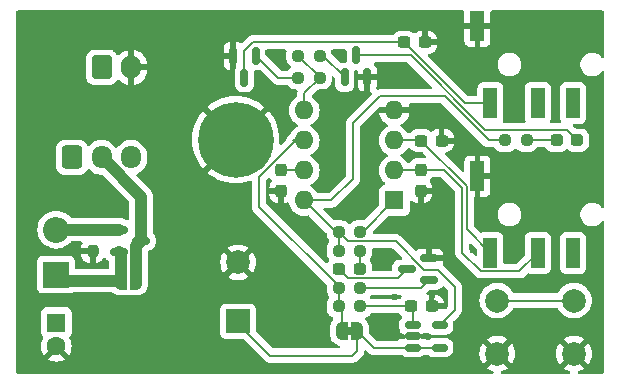
<source format=gbr>
%TF.GenerationSoftware,KiCad,Pcbnew,8.0.4-1.fc40*%
%TF.CreationDate,2024-08-14T08:55:26-05:00*%
%TF.ProjectId,K9QW_ATTiny_CW_Keyer,4b395157-5f41-4545-9469-6e795f43575f,rev?*%
%TF.SameCoordinates,Original*%
%TF.FileFunction,Copper,L1,Top*%
%TF.FilePolarity,Positive*%
%FSLAX46Y46*%
G04 Gerber Fmt 4.6, Leading zero omitted, Abs format (unit mm)*
G04 Created by KiCad (PCBNEW 8.0.4-1.fc40) date 2024-08-14 08:55:26*
%MOMM*%
%LPD*%
G01*
G04 APERTURE LIST*
G04 Aperture macros list*
%AMRoundRect*
0 Rectangle with rounded corners*
0 $1 Rounding radius*
0 $2 $3 $4 $5 $6 $7 $8 $9 X,Y pos of 4 corners*
0 Add a 4 corners polygon primitive as box body*
4,1,4,$2,$3,$4,$5,$6,$7,$8,$9,$2,$3,0*
0 Add four circle primitives for the rounded corners*
1,1,$1+$1,$2,$3*
1,1,$1+$1,$4,$5*
1,1,$1+$1,$6,$7*
1,1,$1+$1,$8,$9*
0 Add four rect primitives between the rounded corners*
20,1,$1+$1,$2,$3,$4,$5,0*
20,1,$1+$1,$4,$5,$6,$7,0*
20,1,$1+$1,$6,$7,$8,$9,0*
20,1,$1+$1,$8,$9,$2,$3,0*%
%AMFreePoly0*
4,1,19,0.500000,-0.750000,0.000000,-0.750000,0.000000,-0.744911,-0.071157,-0.744911,-0.207708,-0.704816,-0.327430,-0.627875,-0.420627,-0.520320,-0.479746,-0.390866,-0.500000,-0.250000,-0.500000,0.250000,-0.479746,0.390866,-0.420627,0.520320,-0.327430,0.627875,-0.207708,0.704816,-0.071157,0.744911,0.000000,0.744911,0.000000,0.750000,0.500000,0.750000,0.500000,-0.750000,0.500000,-0.750000,
$1*%
%AMFreePoly1*
4,1,19,0.000000,0.744911,0.071157,0.744911,0.207708,0.704816,0.327430,0.627875,0.420627,0.520320,0.479746,0.390866,0.500000,0.250000,0.500000,-0.250000,0.479746,-0.390866,0.420627,-0.520320,0.327430,-0.627875,0.207708,-0.704816,0.071157,-0.744911,0.000000,-0.744911,0.000000,-0.750000,-0.500000,-0.750000,-0.500000,0.750000,0.000000,0.750000,0.000000,0.744911,0.000000,0.744911,
$1*%
G04 Aperture macros list end*
%TA.AperFunction,EtchedComponent*%
%ADD10C,0.000000*%
%TD*%
%TA.AperFunction,ComponentPad*%
%ADD11R,2.000000X2.000000*%
%TD*%
%TA.AperFunction,ComponentPad*%
%ADD12C,2.000000*%
%TD*%
%TA.AperFunction,SMDPad,CuDef*%
%ADD13RoundRect,0.150000X0.150000X-0.587500X0.150000X0.587500X-0.150000X0.587500X-0.150000X-0.587500X0*%
%TD*%
%TA.AperFunction,SMDPad,CuDef*%
%ADD14RoundRect,0.237500X0.250000X0.237500X-0.250000X0.237500X-0.250000X-0.237500X0.250000X-0.237500X0*%
%TD*%
%TA.AperFunction,SMDPad,CuDef*%
%ADD15RoundRect,0.237500X-0.237500X0.300000X-0.237500X-0.300000X0.237500X-0.300000X0.237500X0.300000X0*%
%TD*%
%TA.AperFunction,SMDPad,CuDef*%
%ADD16R,1.200000X2.500000*%
%TD*%
%TA.AperFunction,SMDPad,CuDef*%
%ADD17RoundRect,0.237500X-0.237500X0.250000X-0.237500X-0.250000X0.237500X-0.250000X0.237500X0.250000X0*%
%TD*%
%TA.AperFunction,SMDPad,CuDef*%
%ADD18RoundRect,0.237500X-0.300000X-0.237500X0.300000X-0.237500X0.300000X0.237500X-0.300000X0.237500X0*%
%TD*%
%TA.AperFunction,SMDPad,CuDef*%
%ADD19RoundRect,0.150000X0.587500X0.150000X-0.587500X0.150000X-0.587500X-0.150000X0.587500X-0.150000X0*%
%TD*%
%TA.AperFunction,ComponentPad*%
%ADD20RoundRect,0.250000X-0.600000X-0.725000X0.600000X-0.725000X0.600000X0.725000X-0.600000X0.725000X0*%
%TD*%
%TA.AperFunction,ComponentPad*%
%ADD21O,1.700000X1.950000*%
%TD*%
%TA.AperFunction,SMDPad,CuDef*%
%ADD22RoundRect,0.237500X-0.250000X-0.237500X0.250000X-0.237500X0.250000X0.237500X-0.250000X0.237500X0*%
%TD*%
%TA.AperFunction,SMDPad,CuDef*%
%ADD23RoundRect,0.150000X-0.512500X-0.150000X0.512500X-0.150000X0.512500X0.150000X-0.512500X0.150000X0*%
%TD*%
%TA.AperFunction,ComponentPad*%
%ADD24R,2.200000X2.200000*%
%TD*%
%TA.AperFunction,ComponentPad*%
%ADD25O,2.200000X2.200000*%
%TD*%
%TA.AperFunction,SMDPad,CuDef*%
%ADD26RoundRect,0.150000X-0.150000X0.587500X-0.150000X-0.587500X0.150000X-0.587500X0.150000X0.587500X0*%
%TD*%
%TA.AperFunction,SMDPad,CuDef*%
%ADD27RoundRect,0.150000X-0.587500X-0.150000X0.587500X-0.150000X0.587500X0.150000X-0.587500X0.150000X0*%
%TD*%
%TA.AperFunction,SMDPad,CuDef*%
%ADD28FreePoly0,0.000000*%
%TD*%
%TA.AperFunction,SMDPad,CuDef*%
%ADD29FreePoly1,0.000000*%
%TD*%
%TA.AperFunction,ComponentPad*%
%ADD30C,3.600000*%
%TD*%
%TA.AperFunction,ConnectorPad*%
%ADD31C,6.400000*%
%TD*%
%TA.AperFunction,ComponentPad*%
%ADD32RoundRect,0.250000X-0.600000X-0.750000X0.600000X-0.750000X0.600000X0.750000X-0.600000X0.750000X0*%
%TD*%
%TA.AperFunction,ComponentPad*%
%ADD33O,1.700000X2.000000*%
%TD*%
%TA.AperFunction,ComponentPad*%
%ADD34R,1.600000X1.600000*%
%TD*%
%TA.AperFunction,ComponentPad*%
%ADD35O,1.600000X1.600000*%
%TD*%
%TA.AperFunction,ComponentPad*%
%ADD36C,1.600000*%
%TD*%
%TA.AperFunction,SMDPad,CuDef*%
%ADD37FreePoly0,180.000000*%
%TD*%
%TA.AperFunction,SMDPad,CuDef*%
%ADD38FreePoly1,180.000000*%
%TD*%
%TA.AperFunction,SMDPad,CuDef*%
%ADD39RoundRect,0.237500X0.287500X0.237500X-0.287500X0.237500X-0.287500X-0.237500X0.287500X-0.237500X0*%
%TD*%
%TA.AperFunction,SMDPad,CuDef*%
%ADD40RoundRect,0.237500X-0.287500X-0.237500X0.287500X-0.237500X0.287500X0.237500X-0.287500X0.237500X0*%
%TD*%
%TA.AperFunction,ViaPad*%
%ADD41C,0.600000*%
%TD*%
%TA.AperFunction,Conductor*%
%ADD42C,0.200000*%
%TD*%
%TA.AperFunction,Conductor*%
%ADD43C,1.000000*%
%TD*%
G04 APERTURE END LIST*
D10*
%TA.AperFunction,EtchedComponent*%
%TO.C,JP4*%
G36*
X155469400Y-114041200D02*
G01*
X154969400Y-114041200D01*
X154969400Y-113441200D01*
X155469400Y-113441200D01*
X155469400Y-114041200D01*
G37*
%TD.AperFunction*%
%TD*%
D11*
%TO.P,BZ1,1,+*%
%TO.N,Net-(BZ1-+)*%
X145796000Y-112928400D03*
D12*
%TO.P,BZ1,2,-*%
%TO.N,GND*%
X145796000Y-107928400D03*
%TD*%
D13*
%TO.P,Q3,1,B*%
%TO.N,Net-(Q3-B)*%
X154839500Y-92275900D03*
%TO.P,Q3,2,E*%
%TO.N,GND*%
X156739500Y-92275900D03*
%TO.P,Q3,3,C*%
%TO.N,Net-(D2-K)*%
X155789500Y-90400900D03*
%TD*%
D14*
%TO.P,R7,1*%
%TO.N,Net-(U3-+)*%
X156131900Y-111658400D03*
%TO.P,R7,2*%
%TO.N,SIDETONE*%
X154306900Y-111658400D03*
%TD*%
D15*
%TO.P,C5,1*%
%TO.N,COMMAND*%
X149428200Y-100153300D03*
%TO.P,C5,2*%
%TO.N,GND*%
X149428200Y-101878300D03*
%TD*%
D16*
%TO.P,J2,R1*%
%TO.N,unconnected-(J2-PadR1)*%
X171168000Y-94436000D03*
%TO.P,J2,R2*%
%TO.N,unconnected-(J2-PadR2)*%
X174168000Y-94436000D03*
%TO.P,J2,S*%
%TO.N,GND*%
X166068000Y-87936000D03*
%TO.P,J2,T*%
%TO.N,Net-(Q2-C)*%
X167168000Y-94436000D03*
%TD*%
D17*
%TO.P,R2,1*%
%TO.N,Net-(D1-A)*%
X133477000Y-105157900D03*
%TO.P,R2,2*%
%TO.N,GND*%
X133477000Y-106982900D03*
%TD*%
D18*
%TO.P,C7,1*%
%TO.N,Net-(U3-+)*%
X160452900Y-111658400D03*
%TO.P,C7,2*%
%TO.N,GND*%
X162177900Y-111658400D03*
%TD*%
D19*
%TO.P,Q4,1,B*%
%TO.N,Net-(Q4-B)*%
X161948100Y-109458800D03*
%TO.P,Q4,2,E*%
%TO.N,GND*%
X161948100Y-107558800D03*
%TO.P,Q4,3,C*%
%TO.N,Net-(D3-K)*%
X160073100Y-108508800D03*
%TD*%
D15*
%TO.P,C8,1*%
%TO.N,DAH*%
X161262400Y-100143600D03*
%TO.P,C8,2*%
%TO.N,GND*%
X161262400Y-101868600D03*
%TD*%
D20*
%TO.P,SW1,1,A*%
%TO.N,Net-(SW1-A)*%
X131739000Y-99043000D03*
D21*
%TO.P,SW1,2,B*%
%TO.N,Net-(JP1-A)*%
X134239000Y-99043000D03*
%TO.P,SW1,3,C*%
%TO.N,VDC*%
X136739000Y-99043000D03*
%TD*%
D22*
%TO.P,R6,1*%
%TO.N,VCC*%
X168405800Y-97586800D03*
%TO.P,R6,2*%
%TO.N,Net-(D2-A)*%
X170230800Y-97586800D03*
%TD*%
D23*
%TO.P,U3,1,+*%
%TO.N,Net-(U3-+)*%
X160584300Y-113248400D03*
%TO.P,U3,2,V-*%
%TO.N,GND*%
X160584300Y-114198400D03*
%TO.P,U3,3,-*%
%TO.N,Net-(BZ1-+)*%
X160584300Y-115148400D03*
%TO.P,U3,4*%
X162859300Y-115148400D03*
%TO.P,U3,5,V+*%
%TO.N,VCC*%
X162859300Y-113248400D03*
%TD*%
D12*
%TO.P,SW2,1,1*%
%TO.N,COMMAND*%
X167742800Y-111161000D03*
X174242800Y-111161000D03*
%TO.P,SW2,2,2*%
%TO.N,GND*%
X167742800Y-115661000D03*
X174242800Y-115661000D03*
%TD*%
D14*
%TO.P,R9,1*%
%TO.N,Net-(D3-A)*%
X156131900Y-106934000D03*
%TO.P,R9,2*%
%TO.N,VCC*%
X154306900Y-106934000D03*
%TD*%
D24*
%TO.P,D1,1,K*%
%TO.N,Net-(D1-K)*%
X130403600Y-108966000D03*
D25*
%TO.P,D1,2,A*%
%TO.N,Net-(D1-A)*%
X130403600Y-105156000D03*
%TD*%
D26*
%TO.P,Q2,1,B*%
%TO.N,Net-(Q2-B)*%
X147289600Y-90424000D03*
%TO.P,Q2,2,E*%
%TO.N,GND*%
X145389600Y-90424000D03*
%TO.P,Q2,3,C*%
%TO.N,Net-(Q2-C)*%
X146339600Y-92299000D03*
%TD*%
D22*
%TO.P,R8,1*%
%TO.N,SIDETONE*%
X154306900Y-110083600D03*
%TO.P,R8,2*%
%TO.N,Net-(Q4-B)*%
X156131900Y-110083600D03*
%TD*%
D27*
%TO.P,Q1,1,G*%
%TO.N,Net-(D1-A)*%
X135699500Y-105157100D03*
%TO.P,Q1,2,S*%
%TO.N,Net-(D1-K)*%
X135699500Y-107057100D03*
%TO.P,Q1,3,D*%
%TO.N,Net-(JP1-A)*%
X137574500Y-106107100D03*
%TD*%
D18*
%TO.P,C9,1*%
%TO.N,DIT*%
X161298400Y-97634400D03*
%TO.P,C9,2*%
%TO.N,GND*%
X163023400Y-97634400D03*
%TD*%
D28*
%TO.P,JP4,1,A*%
%TO.N,SIDETONE*%
X154569400Y-113741200D03*
D29*
%TO.P,JP4,2,B*%
%TO.N,Net-(BZ1-+)*%
X155869400Y-113741200D03*
%TD*%
D14*
%TO.P,R4,1*%
%TO.N,KEY*%
X152728000Y-92303600D03*
%TO.P,R4,2*%
%TO.N,Net-(Q2-B)*%
X150903000Y-92303600D03*
%TD*%
D30*
%TO.P,J4,1,Pin_1*%
%TO.N,GND*%
X145593000Y-97536000D03*
D31*
X145593000Y-97536000D03*
%TD*%
D22*
%TO.P,R3,1*%
%TO.N,VCC*%
X154308800Y-105359200D03*
%TO.P,R3,2*%
%TO.N,Net-(U1-~{RESET}{slash}PB5)*%
X156133800Y-105359200D03*
%TD*%
D32*
%TO.P,J1,1,Pin_1*%
%TO.N,VDC*%
X134259000Y-91423000D03*
D33*
%TO.P,J1,2,Pin_2*%
%TO.N,GND*%
X136759000Y-91423000D03*
%TD*%
D22*
%TO.P,R5,1*%
%TO.N,KEY*%
X150877900Y-90424000D03*
%TO.P,R5,2*%
%TO.N,Net-(Q3-B)*%
X152702900Y-90424000D03*
%TD*%
D34*
%TO.P,U1,1,~{RESET}/PB5*%
%TO.N,Net-(U1-~{RESET}{slash}PB5)*%
X159021000Y-102688400D03*
D35*
%TO.P,U1,2,XTAL1/PB3*%
%TO.N,DAH*%
X159021000Y-100148400D03*
%TO.P,U1,3,XTAL2/PB4*%
%TO.N,DIT*%
X159021000Y-97608400D03*
%TO.P,U1,4,GND*%
%TO.N,GND*%
X159021000Y-95068400D03*
%TO.P,U1,5,AREF/PB0*%
%TO.N,KEY*%
X151401000Y-95068400D03*
%TO.P,U1,6,PB1*%
%TO.N,SIDETONE*%
X151401000Y-97608400D03*
%TO.P,U1,7,PB2*%
%TO.N,COMMAND*%
X151401000Y-100148400D03*
%TO.P,U1,8,VCC*%
%TO.N,VCC*%
X151401000Y-102688400D03*
%TD*%
D34*
%TO.P,C2,1*%
%TO.N,Net-(D1-K)*%
X130403600Y-113040088D03*
D36*
%TO.P,C2,2*%
%TO.N,GND*%
X130403600Y-115040088D03*
%TD*%
D37*
%TO.P,JP2,1,A*%
%TO.N,Net-(JP1-A)*%
X137175000Y-109474000D03*
D38*
%TO.P,JP2,2,B*%
%TO.N,Net-(D1-K)*%
X135875000Y-109474000D03*
%TD*%
D16*
%TO.P,J3,R1*%
%TO.N,DAH*%
X171168000Y-107136000D03*
%TO.P,J3,R2*%
%TO.N,unconnected-(J3-PadR2)*%
X174168000Y-107136000D03*
%TO.P,J3,S*%
%TO.N,GND*%
X166068000Y-100636000D03*
%TO.P,J3,T*%
%TO.N,DIT*%
X167168000Y-107136000D03*
%TD*%
D39*
%TO.P,D2,1,K*%
%TO.N,Net-(D2-K)*%
X174509400Y-97586800D03*
%TO.P,D2,2,A*%
%TO.N,Net-(D2-A)*%
X172759400Y-97586800D03*
%TD*%
D18*
%TO.P,C6,1*%
%TO.N,Net-(Q2-C)*%
X159868700Y-89306400D03*
%TO.P,C6,2*%
%TO.N,GND*%
X161593700Y-89306400D03*
%TD*%
D40*
%TO.P,D3,1,K*%
%TO.N,Net-(D3-K)*%
X154344400Y-108508800D03*
%TO.P,D3,2,A*%
%TO.N,Net-(D3-A)*%
X156094400Y-108508800D03*
%TD*%
D41*
%TO.N,GND*%
X158216600Y-108178600D03*
X157022800Y-99034600D03*
X153949400Y-96520000D03*
X160451800Y-98882200D03*
X162179000Y-110794800D03*
X154584400Y-90424000D03*
X152882600Y-106172000D03*
X159105600Y-110871000D03*
X149402800Y-91135200D03*
X165709600Y-106883200D03*
%TD*%
D42*
%TO.N,VCC*%
X154306900Y-105361100D02*
X154308800Y-105359200D01*
X154308800Y-105359200D02*
X154071800Y-105359200D01*
X161570848Y-108559600D02*
X159157848Y-106146600D01*
X157784800Y-93878400D02*
X155549600Y-96113600D01*
X154306900Y-106934000D02*
X154306900Y-105361100D01*
X167017729Y-97586800D02*
X163309329Y-93878400D01*
X162712400Y-108559600D02*
X161570848Y-108559600D01*
X164134800Y-109982000D02*
X162712400Y-108559600D01*
X153699200Y-102688400D02*
X151401000Y-102688400D01*
X151761200Y-102688400D02*
X151401000Y-102688400D01*
X154435800Y-105359200D02*
X154432000Y-105359200D01*
X162859300Y-113248400D02*
X164134800Y-111972900D01*
X168405800Y-97586800D02*
X167017729Y-97586800D01*
X154071800Y-105359200D02*
X151401000Y-102688400D01*
X154433900Y-105361100D02*
X154435800Y-105359200D01*
X155096200Y-106146600D02*
X154308800Y-105359200D01*
X159157848Y-106146600D02*
X155096200Y-106146600D01*
D43*
X151536400Y-102823800D02*
X151401000Y-102688400D01*
D42*
X163309329Y-93878400D02*
X157784800Y-93878400D01*
X154433600Y-105361400D02*
X154435800Y-105359200D01*
X155549600Y-96113600D02*
X155549600Y-100838000D01*
X164134800Y-111972900D02*
X164134800Y-109982000D01*
X155549600Y-100838000D02*
X153699200Y-102688400D01*
%TO.N,DIT*%
X159021000Y-97608400D02*
X161272400Y-97608400D01*
X167166800Y-107137200D02*
X167168000Y-107136000D01*
X161272400Y-97608400D02*
X161298400Y-97634400D01*
X167168000Y-107136000D02*
X165168000Y-105136000D01*
X165168000Y-105136000D02*
X165168000Y-101504000D01*
X165168000Y-101504000D02*
X161298400Y-97634400D01*
%TO.N,DAH*%
X161257600Y-100148400D02*
X161262400Y-100143600D01*
X159021000Y-100148400D02*
X161257600Y-100148400D01*
X163241914Y-100143600D02*
X161262400Y-100143600D01*
X169618000Y-108686000D02*
X166344000Y-108686000D01*
X171168000Y-107136000D02*
X169618000Y-108686000D01*
X164768000Y-101669686D02*
X163241914Y-100143600D01*
X166344000Y-108686000D02*
X164768000Y-107110000D01*
X164768000Y-107110000D02*
X164768000Y-101669686D01*
D43*
%TO.N,Net-(JP1-A)*%
X137175000Y-109474000D02*
X137175000Y-106506600D01*
X137175000Y-106506600D02*
X137574500Y-106107100D01*
X134239000Y-99043000D02*
X137574500Y-102378500D01*
X137574500Y-102378500D02*
X137574500Y-106107100D01*
D42*
%TO.N,Net-(D1-A)*%
X133475100Y-105156000D02*
X133477000Y-105157900D01*
D43*
X130405500Y-105157900D02*
X130403600Y-105156000D01*
X133477000Y-105157900D02*
X130405500Y-105157900D01*
X133477000Y-105157900D02*
X135698700Y-105157900D01*
X135698700Y-105157900D02*
X135699500Y-105157100D01*
D42*
%TO.N,COMMAND*%
X151401000Y-100148400D02*
X149433100Y-100148400D01*
X167742800Y-111161000D02*
X174242800Y-111161000D01*
X149433100Y-100148400D02*
X149428200Y-100153300D01*
%TO.N,Net-(D2-K)*%
X166719814Y-96723200D02*
X173645800Y-96723200D01*
X173645800Y-96723200D02*
X174509400Y-97586800D01*
X160397514Y-90400900D02*
X166719814Y-96723200D01*
X155789500Y-90400900D02*
X160397514Y-90400900D01*
%TO.N,Net-(Q2-B)*%
X150917000Y-92289600D02*
X150903000Y-92303600D01*
X149169200Y-92303600D02*
X147289600Y-90424000D01*
X150903000Y-92303600D02*
X149169200Y-92303600D01*
%TO.N,Net-(U1-~{RESET}{slash}PB5)*%
X156133800Y-105359200D02*
X156350200Y-105359200D01*
X156265400Y-105254400D02*
X156455000Y-105254400D01*
X156350200Y-105359200D02*
X159021000Y-102688400D01*
X158931600Y-102688400D02*
X159021000Y-102688400D01*
%TO.N,KEY*%
X151401000Y-93630600D02*
X152728000Y-92303600D01*
X152728000Y-92303600D02*
X152728000Y-92274100D01*
X151401000Y-95068400D02*
X151401000Y-93630600D01*
X152728000Y-92274100D02*
X150877900Y-90424000D01*
%TO.N,SIDETONE*%
X154696400Y-111920900D02*
X154433900Y-111658400D01*
X154306900Y-110083600D02*
X154306900Y-109956600D01*
X150668878Y-97608400D02*
X151401000Y-97608400D01*
X154569400Y-111920900D02*
X154306900Y-111658400D01*
X154569400Y-113741200D02*
X154569400Y-111920900D01*
X154306900Y-109956600D02*
X147574000Y-103223700D01*
X150470348Y-97608400D02*
X151401000Y-97608400D01*
X147574000Y-103223700D02*
X147574000Y-100703278D01*
X147574000Y-100703278D02*
X150668878Y-97608400D01*
X154306900Y-110083600D02*
X154306900Y-111658400D01*
%TO.N,Net-(D2-A)*%
X172759400Y-97586800D02*
X170230800Y-97586800D01*
D43*
%TO.N,Net-(D1-K)*%
X135875000Y-107232600D02*
X135699500Y-107057100D01*
X130911600Y-109474000D02*
X130403600Y-108966000D01*
X135875000Y-109474000D02*
X130911600Y-109474000D01*
X135875000Y-109474000D02*
X135875000Y-107232600D01*
D42*
%TO.N,Net-(Q3-B)*%
X152987600Y-90424000D02*
X154839500Y-92275900D01*
X152702900Y-90424000D02*
X152987600Y-90424000D01*
%TO.N,Net-(D3-K)*%
X155119400Y-109283800D02*
X154344400Y-108508800D01*
X160073100Y-108508800D02*
X159298100Y-109283800D01*
X159298100Y-109283800D02*
X155119400Y-109283800D01*
%TO.N,Net-(D3-A)*%
X156258900Y-108471300D02*
X156221400Y-108508800D01*
X156258900Y-108801500D02*
X156221400Y-108839000D01*
X156131900Y-108471300D02*
X156094400Y-108508800D01*
X156131900Y-106934000D02*
X156131900Y-108471300D01*
%TO.N,Net-(Q4-B)*%
X161323300Y-110083600D02*
X156131900Y-110083600D01*
X161948100Y-109458800D02*
X161323300Y-110083600D01*
%TO.N,Net-(Q2-C)*%
X146339600Y-89995948D02*
X146339600Y-92299000D01*
X147029148Y-89306400D02*
X146339600Y-89995948D01*
X167168000Y-94436000D02*
X164998300Y-94436000D01*
X159868700Y-89306400D02*
X147029148Y-89306400D01*
X164998300Y-94436000D02*
X159868700Y-89306400D01*
%TO.N,Net-(BZ1-+)*%
X148505215Y-115824000D02*
X145719800Y-113038585D01*
X155473400Y-115824000D02*
X148505215Y-115824000D01*
X160584300Y-115148400D02*
X157276600Y-115148400D01*
X155869400Y-115428000D02*
X155473400Y-115824000D01*
X162859300Y-115148400D02*
X160584300Y-115148400D01*
X155869400Y-113741200D02*
X155869400Y-115428000D01*
X157276600Y-115148400D02*
X155869400Y-113741200D01*
%TO.N,Net-(U3-+)*%
X160452900Y-111658400D02*
X156131900Y-111658400D01*
X160584300Y-113248400D02*
X160584300Y-111789800D01*
X160584300Y-111789800D02*
X160452900Y-111658400D01*
%TD*%
%TA.AperFunction,Conductor*%
%TO.N,GND*%
G36*
X163253529Y-109950995D02*
G01*
X163263544Y-109959979D01*
X163497981Y-110194416D01*
X163531466Y-110255739D01*
X163534300Y-110282097D01*
X163534300Y-111672802D01*
X163514615Y-111739841D01*
X163497981Y-111760483D01*
X163370413Y-111888051D01*
X163309090Y-111921536D01*
X163239398Y-111916552D01*
X163226714Y-111908400D01*
X162051900Y-111908400D01*
X161984861Y-111888715D01*
X161939106Y-111835911D01*
X161927900Y-111784400D01*
X161927900Y-111408400D01*
X162427900Y-111408400D01*
X163215399Y-111408400D01*
X163215399Y-111371760D01*
X163215398Y-111371745D01*
X163205080Y-111270747D01*
X163150853Y-111107099D01*
X163150848Y-111107088D01*
X163060347Y-110960365D01*
X163060344Y-110960361D01*
X162938438Y-110838455D01*
X162938434Y-110838452D01*
X162791711Y-110747951D01*
X162791700Y-110747946D01*
X162628052Y-110693719D01*
X162527054Y-110683400D01*
X162427900Y-110683400D01*
X162427900Y-111408400D01*
X161927900Y-111408400D01*
X161927900Y-110683399D01*
X161872098Y-110683400D01*
X161805059Y-110663716D01*
X161759303Y-110610913D01*
X161749359Y-110541754D01*
X161778383Y-110478198D01*
X161784390Y-110471745D01*
X161803820Y-110452316D01*
X161803821Y-110452313D01*
X161960517Y-110295617D01*
X162021840Y-110262134D01*
X162048197Y-110259300D01*
X162601286Y-110259300D01*
X162601294Y-110259300D01*
X162638169Y-110256398D01*
X162638171Y-110256397D01*
X162638173Y-110256397D01*
X162679791Y-110244305D01*
X162795998Y-110210544D01*
X162937465Y-110126881D01*
X163053681Y-110010665D01*
X163069131Y-109984539D01*
X163120197Y-109936857D01*
X163188939Y-109924351D01*
X163253529Y-109950995D01*
G37*
%TD.AperFunction*%
%TA.AperFunction,Conductor*%
G36*
X159613687Y-110703785D02*
G01*
X159659442Y-110756589D01*
X159669386Y-110825747D01*
X159640361Y-110889303D01*
X159634329Y-110895781D01*
X159570060Y-110960049D01*
X159570059Y-110960050D01*
X159546038Y-110998996D01*
X159494090Y-111045721D01*
X159440499Y-111057900D01*
X157094301Y-111057900D01*
X157027262Y-111038215D01*
X156988762Y-110998996D01*
X156964740Y-110960050D01*
X156963371Y-110958681D01*
X156962731Y-110957510D01*
X156960262Y-110954387D01*
X156960795Y-110953964D01*
X156929886Y-110897358D01*
X156934870Y-110827666D01*
X156960493Y-110787796D01*
X156960262Y-110787613D01*
X156962127Y-110785253D01*
X156963371Y-110783319D01*
X156964740Y-110781950D01*
X156988762Y-110743004D01*
X157040710Y-110696279D01*
X157094301Y-110684100D01*
X159546648Y-110684100D01*
X159613687Y-110703785D01*
G37*
%TD.AperFunction*%
%TA.AperFunction,Conductor*%
G36*
X158924790Y-106766785D02*
G01*
X158945432Y-106783419D01*
X159658632Y-107496619D01*
X159692117Y-107557942D01*
X159687133Y-107627634D01*
X159645261Y-107683567D01*
X159579797Y-107707984D01*
X159570951Y-107708300D01*
X159419898Y-107708300D01*
X159383032Y-107711201D01*
X159383026Y-107711202D01*
X159225206Y-107757054D01*
X159225203Y-107757055D01*
X159083737Y-107840717D01*
X159083729Y-107840723D01*
X158967523Y-107956929D01*
X158967517Y-107956937D01*
X158883855Y-108098403D01*
X158883854Y-108098406D01*
X158838002Y-108256226D01*
X158838001Y-108256232D01*
X158835100Y-108293098D01*
X158835100Y-108559300D01*
X158815415Y-108626339D01*
X158762611Y-108672094D01*
X158711100Y-108683300D01*
X157243900Y-108683300D01*
X157176861Y-108663615D01*
X157131106Y-108610811D01*
X157119900Y-108559300D01*
X157119899Y-108222131D01*
X157119898Y-108222112D01*
X157109574Y-108121047D01*
X157097795Y-108085500D01*
X157055308Y-107957284D01*
X156964740Y-107810450D01*
X156963371Y-107809081D01*
X156962731Y-107807910D01*
X156960262Y-107804787D01*
X156960795Y-107804364D01*
X156929886Y-107747758D01*
X156934870Y-107678066D01*
X156960493Y-107638196D01*
X156960262Y-107638013D01*
X156962127Y-107635653D01*
X156963371Y-107633719D01*
X156964740Y-107632350D01*
X157055308Y-107485516D01*
X157109574Y-107321753D01*
X157119900Y-107220677D01*
X157119899Y-106871099D01*
X157139583Y-106804061D01*
X157192387Y-106758306D01*
X157243899Y-106747100D01*
X158857751Y-106747100D01*
X158924790Y-106766785D01*
G37*
%TD.AperFunction*%
%TA.AperFunction,Conductor*%
G36*
X148477101Y-100751923D02*
G01*
X148533035Y-100793794D01*
X148539306Y-100803008D01*
X148607857Y-100914146D01*
X148607860Y-100914150D01*
X148622182Y-100928472D01*
X148655667Y-100989795D01*
X148650683Y-101059487D01*
X148622185Y-101103832D01*
X148608252Y-101117765D01*
X148517751Y-101264488D01*
X148517746Y-101264499D01*
X148463519Y-101428147D01*
X148453200Y-101529145D01*
X148453200Y-101628300D01*
X149554200Y-101628300D01*
X149621239Y-101647985D01*
X149666994Y-101700789D01*
X149678200Y-101752300D01*
X149678200Y-102915799D01*
X149714840Y-102915799D01*
X149714854Y-102915798D01*
X149815852Y-102905480D01*
X149963813Y-102856451D01*
X150033641Y-102854049D01*
X150093683Y-102889781D01*
X150122592Y-102942064D01*
X150174258Y-103134888D01*
X150174261Y-103134897D01*
X150270431Y-103341132D01*
X150270432Y-103341134D01*
X150400954Y-103527541D01*
X150561858Y-103688445D01*
X150561861Y-103688447D01*
X150748266Y-103818968D01*
X150954504Y-103915139D01*
X151174308Y-103974035D01*
X151336230Y-103988201D01*
X151400998Y-103993868D01*
X151401000Y-103993868D01*
X151401002Y-103993868D01*
X151457807Y-103988898D01*
X151627692Y-103974035D01*
X151723932Y-103948247D01*
X151793781Y-103949910D01*
X151843706Y-103980341D01*
X153284481Y-105421117D01*
X153317966Y-105482440D01*
X153320800Y-105508797D01*
X153320800Y-105645868D01*
X153320801Y-105645887D01*
X153331125Y-105746952D01*
X153361339Y-105838129D01*
X153385392Y-105910716D01*
X153467930Y-106044532D01*
X153475961Y-106057551D01*
X153476379Y-106057969D01*
X153476574Y-106058327D01*
X153480438Y-106063213D01*
X153479602Y-106063873D01*
X153509864Y-106119292D01*
X153504880Y-106188984D01*
X153478531Y-106229981D01*
X153478538Y-106229987D01*
X153478485Y-106230053D01*
X153476379Y-106233331D01*
X153474061Y-106235648D01*
X153383493Y-106382481D01*
X153383491Y-106382486D01*
X153371359Y-106419099D01*
X153329226Y-106546247D01*
X153329226Y-106546248D01*
X153329225Y-106546248D01*
X153318900Y-106647315D01*
X153318900Y-107220669D01*
X153318901Y-107220687D01*
X153329225Y-107321752D01*
X153352472Y-107391904D01*
X153377521Y-107467498D01*
X153383492Y-107485515D01*
X153383493Y-107485518D01*
X153397639Y-107508452D01*
X153471151Y-107627634D01*
X153474061Y-107632351D01*
X153475429Y-107633719D01*
X153476068Y-107634889D01*
X153478538Y-107638013D01*
X153478004Y-107638435D01*
X153508914Y-107695042D01*
X153503930Y-107764734D01*
X153478306Y-107804603D01*
X153478538Y-107804787D01*
X153476672Y-107807146D01*
X153475429Y-107809081D01*
X153474061Y-107810448D01*
X153469320Y-107818135D01*
X153383707Y-107956937D01*
X153379701Y-107963431D01*
X153377095Y-107961823D01*
X153339890Y-108003928D01*
X153272663Y-108022962D01*
X153205817Y-108002629D01*
X153186184Y-107986649D01*
X148210819Y-103011284D01*
X148177334Y-102949961D01*
X148174500Y-102923603D01*
X148174500Y-102227454D01*
X148453201Y-102227454D01*
X148463519Y-102328452D01*
X148517746Y-102492100D01*
X148517751Y-102492111D01*
X148608252Y-102638834D01*
X148608255Y-102638838D01*
X148730161Y-102760744D01*
X148730165Y-102760747D01*
X148876888Y-102851248D01*
X148876899Y-102851253D01*
X149040547Y-102905480D01*
X149141552Y-102915799D01*
X149178200Y-102915799D01*
X149178200Y-102128300D01*
X148453201Y-102128300D01*
X148453201Y-102227454D01*
X148174500Y-102227454D01*
X148174500Y-101003374D01*
X148194185Y-100936335D01*
X148210810Y-100915702D01*
X148346091Y-100780421D01*
X148407409Y-100746939D01*
X148477101Y-100751923D01*
G37*
%TD.AperFunction*%
%TA.AperFunction,Conductor*%
G36*
X165573703Y-106391384D02*
G01*
X165580181Y-106397416D01*
X166031181Y-106848416D01*
X166064666Y-106909739D01*
X166067500Y-106936097D01*
X166067500Y-107260902D01*
X166047815Y-107327941D01*
X165995011Y-107373696D01*
X165925853Y-107383640D01*
X165862297Y-107354615D01*
X165855819Y-107348583D01*
X165404819Y-106897583D01*
X165371334Y-106836260D01*
X165368500Y-106809902D01*
X165368500Y-106485097D01*
X165388185Y-106418058D01*
X165440989Y-106372303D01*
X165510147Y-106362359D01*
X165573703Y-106391384D01*
G37*
%TD.AperFunction*%
%TA.AperFunction,Conductor*%
G36*
X158700920Y-94822794D02*
G01*
X158648259Y-94914006D01*
X158621000Y-95015739D01*
X158621000Y-95121061D01*
X158648259Y-95222794D01*
X158700920Y-95314006D01*
X158705314Y-95318400D01*
X157742128Y-95318400D01*
X157794730Y-95514717D01*
X157794734Y-95514726D01*
X157890865Y-95720882D01*
X158021342Y-95907220D01*
X158182179Y-96068057D01*
X158368518Y-96198534D01*
X158368520Y-96198535D01*
X158426865Y-96225742D01*
X158479305Y-96271914D01*
X158498457Y-96339107D01*
X158478242Y-96405989D01*
X158426867Y-96450505D01*
X158368268Y-96477831D01*
X158368264Y-96477833D01*
X158181858Y-96608354D01*
X158020954Y-96769258D01*
X157890432Y-96955665D01*
X157890431Y-96955667D01*
X157794261Y-97161902D01*
X157794258Y-97161911D01*
X157735366Y-97381702D01*
X157735364Y-97381713D01*
X157715532Y-97608398D01*
X157715532Y-97608401D01*
X157735364Y-97835086D01*
X157735366Y-97835097D01*
X157794258Y-98054888D01*
X157794261Y-98054897D01*
X157890431Y-98261132D01*
X157890432Y-98261134D01*
X158020954Y-98447541D01*
X158181858Y-98608445D01*
X158213353Y-98630498D01*
X158368266Y-98738968D01*
X158405675Y-98756412D01*
X158426275Y-98766018D01*
X158478714Y-98812191D01*
X158497866Y-98879384D01*
X158477650Y-98946265D01*
X158426275Y-98990782D01*
X158368267Y-99017831D01*
X158368265Y-99017832D01*
X158181858Y-99148354D01*
X158020954Y-99309258D01*
X157890432Y-99495665D01*
X157890431Y-99495667D01*
X157794261Y-99701902D01*
X157794258Y-99701911D01*
X157735366Y-99921702D01*
X157735364Y-99921713D01*
X157715532Y-100148398D01*
X157715532Y-100148401D01*
X157735364Y-100375086D01*
X157735366Y-100375097D01*
X157794258Y-100594888D01*
X157794261Y-100594897D01*
X157890431Y-100801132D01*
X157890432Y-100801134D01*
X158020954Y-100987541D01*
X158181858Y-101148445D01*
X158206462Y-101165673D01*
X158250087Y-101220249D01*
X158257281Y-101289748D01*
X158225758Y-101352103D01*
X158165529Y-101387517D01*
X158148593Y-101390538D01*
X158113516Y-101394308D01*
X157978671Y-101444602D01*
X157978664Y-101444606D01*
X157863455Y-101530852D01*
X157863452Y-101530855D01*
X157777206Y-101646064D01*
X157777202Y-101646071D01*
X157726908Y-101780917D01*
X157720501Y-101840516D01*
X157720500Y-101840535D01*
X157720500Y-103088301D01*
X157700815Y-103155340D01*
X157684181Y-103175982D01*
X156512781Y-104347381D01*
X156451458Y-104380866D01*
X156425100Y-104383700D01*
X155834630Y-104383700D01*
X155834612Y-104383701D01*
X155733547Y-104394025D01*
X155569784Y-104448292D01*
X155569781Y-104448293D01*
X155422948Y-104538861D01*
X155308981Y-104652829D01*
X155247658Y-104686314D01*
X155177966Y-104681330D01*
X155133619Y-104652829D01*
X155019651Y-104538861D01*
X155019650Y-104538860D01*
X154872816Y-104448292D01*
X154709053Y-104394026D01*
X154709051Y-104394025D01*
X154607978Y-104383700D01*
X154009631Y-104383700D01*
X154006470Y-104383862D01*
X154006425Y-104382980D01*
X153941362Y-104370862D01*
X153909811Y-104347975D01*
X153491554Y-103929718D01*
X153062415Y-103500580D01*
X153028931Y-103439258D01*
X153033915Y-103369567D01*
X153075787Y-103313633D01*
X153141251Y-103289216D01*
X153150097Y-103288900D01*
X153612531Y-103288900D01*
X153612547Y-103288901D01*
X153620143Y-103288901D01*
X153778254Y-103288901D01*
X153778257Y-103288901D01*
X153930985Y-103247977D01*
X153981104Y-103219039D01*
X154067916Y-103168920D01*
X154179720Y-103057116D01*
X154179720Y-103057114D01*
X154189928Y-103046907D01*
X154189929Y-103046904D01*
X156030120Y-101206716D01*
X156109177Y-101069784D01*
X156150101Y-100917057D01*
X156150101Y-100758942D01*
X156150101Y-100751347D01*
X156150100Y-100751329D01*
X156150100Y-96413696D01*
X156169785Y-96346657D01*
X156186414Y-96326020D01*
X157657717Y-94854717D01*
X157719038Y-94821234D01*
X157745396Y-94818400D01*
X158705314Y-94818400D01*
X158700920Y-94822794D01*
G37*
%TD.AperFunction*%
%TA.AperFunction,Conductor*%
G36*
X160164456Y-91021085D02*
G01*
X160185098Y-91037719D01*
X162213598Y-93066219D01*
X162247083Y-93127542D01*
X162242099Y-93197234D01*
X162200227Y-93253167D01*
X162134763Y-93277584D01*
X162125917Y-93277900D01*
X157705743Y-93277900D01*
X157634822Y-93296903D01*
X157564972Y-93295240D01*
X157507110Y-93256077D01*
X157479606Y-93191848D01*
X157488932Y-93127872D01*
X157490783Y-93123593D01*
X157536599Y-92965895D01*
X157536600Y-92965889D01*
X157539499Y-92929049D01*
X157539500Y-92929034D01*
X157539500Y-92525900D01*
X156989500Y-92525900D01*
X156989500Y-93510695D01*
X156994993Y-93510263D01*
X157063370Y-93524628D01*
X157113126Y-93573680D01*
X157128464Y-93641845D01*
X157104514Y-93707482D01*
X157092401Y-93721562D01*
X156118305Y-94695659D01*
X155180886Y-95633078D01*
X155180884Y-95633080D01*
X155130508Y-95683456D01*
X155069081Y-95744882D01*
X155069080Y-95744884D01*
X155055813Y-95767864D01*
X154990023Y-95881815D01*
X154949099Y-96034543D01*
X154949099Y-96034545D01*
X154949099Y-96202646D01*
X154949100Y-96202659D01*
X154949100Y-100537902D01*
X154929415Y-100604941D01*
X154912781Y-100625583D01*
X153486784Y-102051581D01*
X153425461Y-102085066D01*
X153399103Y-102087900D01*
X152632692Y-102087900D01*
X152565653Y-102068215D01*
X152531119Y-102035025D01*
X152401047Y-101849261D01*
X152401045Y-101849258D01*
X152240141Y-101688354D01*
X152053734Y-101557832D01*
X152053728Y-101557829D01*
X151995882Y-101530855D01*
X151995724Y-101530781D01*
X151943285Y-101484610D01*
X151924133Y-101417417D01*
X151944348Y-101350535D01*
X151995725Y-101306018D01*
X152053734Y-101278968D01*
X152240139Y-101148447D01*
X152401047Y-100987539D01*
X152531568Y-100801134D01*
X152627739Y-100594896D01*
X152686635Y-100375092D01*
X152706468Y-100148400D01*
X152686635Y-99921708D01*
X152627739Y-99701904D01*
X152531568Y-99495666D01*
X152401047Y-99309261D01*
X152401045Y-99309258D01*
X152240141Y-99148354D01*
X152053734Y-99017832D01*
X152053728Y-99017829D01*
X151995725Y-98990782D01*
X151943285Y-98944610D01*
X151924133Y-98877417D01*
X151944348Y-98810535D01*
X151995725Y-98766018D01*
X152016325Y-98756412D01*
X152053734Y-98738968D01*
X152240139Y-98608447D01*
X152401047Y-98447539D01*
X152531568Y-98261134D01*
X152627739Y-98054896D01*
X152686635Y-97835092D01*
X152706468Y-97608400D01*
X152703808Y-97578001D01*
X152689117Y-97410077D01*
X152686635Y-97381708D01*
X152637691Y-97199047D01*
X152627741Y-97161911D01*
X152627738Y-97161902D01*
X152590891Y-97082884D01*
X152531568Y-96955666D01*
X152401047Y-96769261D01*
X152401045Y-96769258D01*
X152240141Y-96608354D01*
X152053734Y-96477832D01*
X152053728Y-96477829D01*
X151995725Y-96450782D01*
X151943285Y-96404610D01*
X151924133Y-96337417D01*
X151944348Y-96270535D01*
X151995725Y-96226018D01*
X151996319Y-96225741D01*
X152053734Y-96198968D01*
X152240139Y-96068447D01*
X152401047Y-95907539D01*
X152531568Y-95721134D01*
X152627739Y-95514896D01*
X152686635Y-95295092D01*
X152706468Y-95068400D01*
X152686635Y-94841708D01*
X152627739Y-94621904D01*
X152531568Y-94415666D01*
X152401047Y-94229261D01*
X152401045Y-94229258D01*
X152240141Y-94068354D01*
X152109658Y-93976990D01*
X152066033Y-93922414D01*
X152058839Y-93852915D01*
X152090361Y-93790560D01*
X152093073Y-93787761D01*
X152565416Y-93315417D01*
X152626739Y-93281933D01*
X152653097Y-93279099D01*
X153027170Y-93279099D01*
X153027176Y-93279099D01*
X153128253Y-93268774D01*
X153292016Y-93214508D01*
X153438850Y-93123940D01*
X153560840Y-93001950D01*
X153651408Y-92855116D01*
X153705674Y-92691353D01*
X153716000Y-92590277D01*
X153715999Y-92300994D01*
X153735683Y-92233957D01*
X153788487Y-92188202D01*
X153857646Y-92178258D01*
X153921201Y-92207283D01*
X153927680Y-92213315D01*
X154002681Y-92288316D01*
X154036166Y-92349639D01*
X154039000Y-92375997D01*
X154039000Y-92929101D01*
X154041901Y-92965967D01*
X154041902Y-92965973D01*
X154087754Y-93123793D01*
X154087755Y-93123796D01*
X154087756Y-93123798D01*
X154096224Y-93138116D01*
X154171417Y-93265262D01*
X154171423Y-93265270D01*
X154287629Y-93381476D01*
X154287633Y-93381479D01*
X154287635Y-93381481D01*
X154429102Y-93465144D01*
X154470724Y-93477236D01*
X154586926Y-93510997D01*
X154586929Y-93510997D01*
X154586931Y-93510998D01*
X154623806Y-93513900D01*
X154623814Y-93513900D01*
X155055186Y-93513900D01*
X155055194Y-93513900D01*
X155092069Y-93510998D01*
X155092071Y-93510997D01*
X155092073Y-93510997D01*
X155133691Y-93498905D01*
X155249898Y-93465144D01*
X155391365Y-93381481D01*
X155507581Y-93265265D01*
X155591244Y-93123798D01*
X155637098Y-92965969D01*
X155640000Y-92929094D01*
X155640000Y-92929049D01*
X155939500Y-92929049D01*
X155942399Y-92965889D01*
X155942400Y-92965895D01*
X155988216Y-93123593D01*
X155988217Y-93123596D01*
X156071814Y-93264952D01*
X156071821Y-93264961D01*
X156187938Y-93381078D01*
X156187947Y-93381085D01*
X156329301Y-93464681D01*
X156487014Y-93510500D01*
X156487011Y-93510500D01*
X156489498Y-93510695D01*
X156489500Y-93510695D01*
X156489500Y-92525900D01*
X155939500Y-92525900D01*
X155939500Y-92929049D01*
X155640000Y-92929049D01*
X155640000Y-91762900D01*
X155659685Y-91695861D01*
X155712489Y-91650106D01*
X155764000Y-91638900D01*
X155815500Y-91638900D01*
X155882539Y-91658585D01*
X155928294Y-91711389D01*
X155939500Y-91762900D01*
X155939500Y-92025900D01*
X157539500Y-92025900D01*
X157539500Y-91622765D01*
X157539499Y-91622750D01*
X157536600Y-91585910D01*
X157536599Y-91585904D01*
X157490783Y-91428206D01*
X157490782Y-91428203D01*
X157407185Y-91286847D01*
X157407178Y-91286838D01*
X157333421Y-91213081D01*
X157299936Y-91151758D01*
X157304920Y-91082066D01*
X157346792Y-91026133D01*
X157412256Y-91001716D01*
X157421102Y-91001400D01*
X160097417Y-91001400D01*
X160164456Y-91021085D01*
G37*
%TD.AperFunction*%
%TA.AperFunction,Conductor*%
G36*
X160337001Y-98228585D02*
G01*
X160375499Y-98267801D01*
X160415560Y-98332750D01*
X160537550Y-98454740D01*
X160684384Y-98545308D01*
X160848147Y-98599574D01*
X160949223Y-98609900D01*
X161373302Y-98609899D01*
X161440341Y-98629583D01*
X161460983Y-98646218D01*
X161716149Y-98901384D01*
X161749634Y-98962707D01*
X161744650Y-99032399D01*
X161702778Y-99088332D01*
X161637314Y-99112749D01*
X161615866Y-99112423D01*
X161549079Y-99105600D01*
X160975730Y-99105600D01*
X160975712Y-99105601D01*
X160874647Y-99115925D01*
X160710884Y-99170192D01*
X160710881Y-99170193D01*
X160564048Y-99260761D01*
X160442061Y-99382748D01*
X160442060Y-99382750D01*
X160376525Y-99488998D01*
X160324579Y-99535721D01*
X160270988Y-99547900D01*
X160252692Y-99547900D01*
X160185653Y-99528215D01*
X160151119Y-99495025D01*
X160021047Y-99309261D01*
X160021045Y-99309258D01*
X159860141Y-99148354D01*
X159673734Y-99017832D01*
X159673728Y-99017829D01*
X159615725Y-98990782D01*
X159563285Y-98944610D01*
X159544133Y-98877417D01*
X159564348Y-98810535D01*
X159615725Y-98766018D01*
X159636325Y-98756412D01*
X159673734Y-98738968D01*
X159860139Y-98608447D01*
X160021047Y-98447539D01*
X160151118Y-98261775D01*
X160205693Y-98218152D01*
X160252692Y-98208900D01*
X160269962Y-98208900D01*
X160337001Y-98228585D01*
G37*
%TD.AperFunction*%
%TA.AperFunction,Conductor*%
G36*
X149843166Y-89926585D02*
G01*
X149888921Y-89979389D01*
X149899485Y-90043503D01*
X149889900Y-90137315D01*
X149889900Y-90710669D01*
X149889901Y-90710687D01*
X149900225Y-90811752D01*
X149954492Y-90975515D01*
X149954493Y-90975518D01*
X150045061Y-91122351D01*
X150167049Y-91244339D01*
X150167054Y-91244343D01*
X150202168Y-91266001D01*
X150248894Y-91317948D01*
X150260117Y-91386910D01*
X150232274Y-91450993D01*
X150202175Y-91477075D01*
X150192155Y-91483255D01*
X150192149Y-91483260D01*
X150070159Y-91605250D01*
X150046138Y-91644196D01*
X149994190Y-91690921D01*
X149940599Y-91703100D01*
X149469297Y-91703100D01*
X149402258Y-91683415D01*
X149381616Y-91666781D01*
X148126419Y-90411584D01*
X148092934Y-90350261D01*
X148090100Y-90323903D01*
X148090100Y-90030900D01*
X148109785Y-89963861D01*
X148162589Y-89918106D01*
X148214100Y-89906900D01*
X149776127Y-89906900D01*
X149843166Y-89926585D01*
G37*
%TD.AperFunction*%
%TA.AperFunction,Conductor*%
G36*
X154932039Y-89926585D02*
G01*
X154977794Y-89979389D01*
X154989000Y-90030900D01*
X154989000Y-90913900D01*
X154969315Y-90980939D01*
X154916511Y-91026694D01*
X154865000Y-91037900D01*
X154623798Y-91037900D01*
X154586936Y-91040801D01*
X154586921Y-91040804D01*
X154554061Y-91050350D01*
X154484192Y-91050149D01*
X154431789Y-91018954D01*
X153727218Y-90314383D01*
X153693733Y-90253060D01*
X153690899Y-90226702D01*
X153690899Y-90137330D01*
X153690898Y-90137313D01*
X153681315Y-90043501D01*
X153694085Y-89974809D01*
X153741966Y-89923924D01*
X153804673Y-89906900D01*
X154865000Y-89906900D01*
X154932039Y-89926585D01*
G37*
%TD.AperFunction*%
%TA.AperFunction,Conductor*%
G36*
X164911039Y-86626185D02*
G01*
X164956794Y-86678989D01*
X164968000Y-86730500D01*
X164968000Y-87686000D01*
X167168000Y-87686000D01*
X167168000Y-86730500D01*
X167187685Y-86663461D01*
X167240489Y-86617706D01*
X167292000Y-86606500D01*
X176591108Y-86606500D01*
X176644789Y-86606500D01*
X176668980Y-86608883D01*
X176684278Y-86611926D01*
X176728933Y-86630411D01*
X176730085Y-86631180D01*
X176731555Y-86632162D01*
X176765837Y-86666444D01*
X176766462Y-86667379D01*
X176767588Y-86669066D01*
X176786072Y-86713713D01*
X176789116Y-86729018D01*
X176791500Y-86753210D01*
X176791500Y-86813002D01*
X176791501Y-86813025D01*
X176791569Y-90508252D01*
X176771886Y-90575292D01*
X176719083Y-90621047D01*
X176649924Y-90630992D01*
X176586368Y-90601968D01*
X176564466Y-90577143D01*
X176545140Y-90548219D01*
X176545136Y-90548214D01*
X176405785Y-90408863D01*
X176405781Y-90408860D01*
X176241920Y-90299371D01*
X176241907Y-90299364D01*
X176059839Y-90223950D01*
X176059829Y-90223947D01*
X175866543Y-90185500D01*
X175866541Y-90185500D01*
X175669459Y-90185500D01*
X175669457Y-90185500D01*
X175476170Y-90223947D01*
X175476160Y-90223950D01*
X175294092Y-90299364D01*
X175294079Y-90299371D01*
X175130218Y-90408860D01*
X175130214Y-90408863D01*
X174990863Y-90548214D01*
X174990860Y-90548218D01*
X174881371Y-90712079D01*
X174881364Y-90712092D01*
X174805950Y-90894160D01*
X174805947Y-90894170D01*
X174767500Y-91087456D01*
X174767500Y-91087459D01*
X174767500Y-91284541D01*
X174767500Y-91284543D01*
X174767499Y-91284543D01*
X174805947Y-91477829D01*
X174805950Y-91477839D01*
X174881364Y-91659907D01*
X174881371Y-91659920D01*
X174990860Y-91823781D01*
X174990863Y-91823785D01*
X175130214Y-91963136D01*
X175130218Y-91963139D01*
X175294079Y-92072628D01*
X175294092Y-92072635D01*
X175476160Y-92148049D01*
X175476165Y-92148051D01*
X175476169Y-92148051D01*
X175476170Y-92148052D01*
X175669456Y-92186500D01*
X175669459Y-92186500D01*
X175866543Y-92186500D01*
X175996582Y-92160632D01*
X176059835Y-92148051D01*
X176241914Y-92072632D01*
X176405782Y-91963139D01*
X176545139Y-91823782D01*
X176564491Y-91794818D01*
X176618101Y-91750013D01*
X176687426Y-91741304D01*
X176750454Y-91771457D01*
X176787175Y-91830900D01*
X176791594Y-91863706D01*
X176791805Y-103208605D01*
X176772122Y-103275645D01*
X176719319Y-103321400D01*
X176650160Y-103331345D01*
X176586604Y-103302321D01*
X176564702Y-103277496D01*
X176545140Y-103248219D01*
X176545136Y-103248214D01*
X176405785Y-103108863D01*
X176405781Y-103108860D01*
X176241920Y-102999371D01*
X176241907Y-102999364D01*
X176059839Y-102923950D01*
X176059829Y-102923947D01*
X175866543Y-102885500D01*
X175866541Y-102885500D01*
X175669459Y-102885500D01*
X175669457Y-102885500D01*
X175476170Y-102923947D01*
X175476160Y-102923950D01*
X175294092Y-102999364D01*
X175294079Y-102999371D01*
X175130218Y-103108860D01*
X175130214Y-103108863D01*
X174990863Y-103248214D01*
X174990860Y-103248218D01*
X174881371Y-103412079D01*
X174881364Y-103412092D01*
X174805950Y-103594160D01*
X174805947Y-103594170D01*
X174767500Y-103787456D01*
X174767500Y-103787459D01*
X174767500Y-103984541D01*
X174767500Y-103984543D01*
X174767499Y-103984543D01*
X174805947Y-104177829D01*
X174805950Y-104177839D01*
X174881364Y-104359907D01*
X174881371Y-104359920D01*
X174990860Y-104523781D01*
X174990863Y-104523785D01*
X175130214Y-104663136D01*
X175130218Y-104663139D01*
X175294079Y-104772628D01*
X175294092Y-104772635D01*
X175446837Y-104835903D01*
X175476165Y-104848051D01*
X175476169Y-104848051D01*
X175476170Y-104848052D01*
X175669456Y-104886500D01*
X175669459Y-104886500D01*
X175866543Y-104886500D01*
X175996582Y-104860632D01*
X176059835Y-104848051D01*
X176241914Y-104772632D01*
X176405782Y-104663139D01*
X176545139Y-104523782D01*
X176564728Y-104494463D01*
X176618338Y-104449660D01*
X176687663Y-104440951D01*
X176750691Y-104471105D01*
X176787411Y-104530547D01*
X176791830Y-104563353D01*
X176792064Y-117149560D01*
X176792063Y-117149582D01*
X176792066Y-117209382D01*
X176789684Y-117233575D01*
X176786644Y-117248861D01*
X176768133Y-117293557D01*
X176766390Y-117296166D01*
X176732166Y-117330390D01*
X176729557Y-117332133D01*
X176684861Y-117350644D01*
X176669575Y-117353684D01*
X176645382Y-117356066D01*
X176624016Y-117356064D01*
X176591701Y-117356063D01*
X176591699Y-117356063D01*
X176583648Y-117356063D01*
X176583586Y-117356067D01*
X174667987Y-117356067D01*
X174600948Y-117336382D01*
X174555193Y-117283578D01*
X174545249Y-117214420D01*
X174574274Y-117150864D01*
X174627724Y-117114786D01*
X174847403Y-117039369D01*
X174847414Y-117039364D01*
X175066028Y-116921057D01*
X175066031Y-116921055D01*
X175112856Y-116884609D01*
X174413034Y-116184787D01*
X174455092Y-116173518D01*
X174580508Y-116101110D01*
X174682910Y-115998708D01*
X174755318Y-115873292D01*
X174766587Y-115831234D01*
X175466234Y-116530882D01*
X175566531Y-116377369D01*
X175666387Y-116149717D01*
X175727412Y-115908738D01*
X175727414Y-115908729D01*
X175747941Y-115661005D01*
X175747941Y-115660994D01*
X175727414Y-115413270D01*
X175727412Y-115413261D01*
X175666387Y-115172282D01*
X175566531Y-114944630D01*
X175466234Y-114791116D01*
X174766587Y-115490764D01*
X174755318Y-115448708D01*
X174682910Y-115323292D01*
X174580508Y-115220890D01*
X174455092Y-115148482D01*
X174413035Y-115137212D01*
X175112857Y-114437390D01*
X175112856Y-114437389D01*
X175066029Y-114400943D01*
X174847414Y-114282635D01*
X174847403Y-114282630D01*
X174612293Y-114201916D01*
X174367093Y-114161000D01*
X174118507Y-114161000D01*
X173873306Y-114201916D01*
X173638196Y-114282630D01*
X173638190Y-114282632D01*
X173419561Y-114400949D01*
X173372742Y-114437388D01*
X173372742Y-114437390D01*
X174072565Y-115137212D01*
X174030508Y-115148482D01*
X173905092Y-115220890D01*
X173802690Y-115323292D01*
X173730282Y-115448708D01*
X173719012Y-115490764D01*
X173019364Y-114791116D01*
X172919067Y-114944632D01*
X172819212Y-115172282D01*
X172758187Y-115413261D01*
X172758185Y-115413270D01*
X172737659Y-115660994D01*
X172737659Y-115661005D01*
X172758185Y-115908729D01*
X172758187Y-115908738D01*
X172819212Y-116149717D01*
X172919066Y-116377364D01*
X173019364Y-116530882D01*
X173719012Y-115831234D01*
X173730282Y-115873292D01*
X173802690Y-115998708D01*
X173905092Y-116101110D01*
X174030508Y-116173518D01*
X174072565Y-116184787D01*
X173372742Y-116884609D01*
X173419568Y-116921055D01*
X173419570Y-116921056D01*
X173638185Y-117039364D01*
X173638196Y-117039369D01*
X173857876Y-117114786D01*
X173914891Y-117155171D01*
X173941022Y-117219971D01*
X173927971Y-117288611D01*
X173879882Y-117339299D01*
X173817613Y-117356067D01*
X168167987Y-117356067D01*
X168100948Y-117336382D01*
X168055193Y-117283578D01*
X168045249Y-117214420D01*
X168074274Y-117150864D01*
X168127724Y-117114786D01*
X168347403Y-117039369D01*
X168347414Y-117039364D01*
X168566028Y-116921057D01*
X168566031Y-116921055D01*
X168612856Y-116884609D01*
X167913034Y-116184787D01*
X167955092Y-116173518D01*
X168080508Y-116101110D01*
X168182910Y-115998708D01*
X168255318Y-115873292D01*
X168266587Y-115831235D01*
X168966234Y-116530882D01*
X169066531Y-116377369D01*
X169166387Y-116149717D01*
X169227412Y-115908738D01*
X169227414Y-115908729D01*
X169247941Y-115661005D01*
X169247941Y-115660994D01*
X169227414Y-115413270D01*
X169227412Y-115413261D01*
X169166387Y-115172282D01*
X169066531Y-114944630D01*
X168966234Y-114791116D01*
X168266587Y-115490764D01*
X168255318Y-115448708D01*
X168182910Y-115323292D01*
X168080508Y-115220890D01*
X167955092Y-115148482D01*
X167913035Y-115137212D01*
X168612857Y-114437390D01*
X168612856Y-114437389D01*
X168566029Y-114400943D01*
X168347414Y-114282635D01*
X168347403Y-114282630D01*
X168112293Y-114201916D01*
X167867093Y-114161000D01*
X167618507Y-114161000D01*
X167373306Y-114201916D01*
X167138196Y-114282630D01*
X167138190Y-114282632D01*
X166919561Y-114400949D01*
X166872742Y-114437388D01*
X166872742Y-114437390D01*
X167572565Y-115137212D01*
X167530508Y-115148482D01*
X167405092Y-115220890D01*
X167302690Y-115323292D01*
X167230282Y-115448708D01*
X167219012Y-115490764D01*
X166519364Y-114791116D01*
X166419067Y-114944632D01*
X166319212Y-115172282D01*
X166258187Y-115413261D01*
X166258185Y-115413270D01*
X166237659Y-115660994D01*
X166237659Y-115661005D01*
X166258185Y-115908729D01*
X166258187Y-115908738D01*
X166319212Y-116149717D01*
X166419066Y-116377364D01*
X166519364Y-116530882D01*
X167219012Y-115831234D01*
X167230282Y-115873292D01*
X167302690Y-115998708D01*
X167405092Y-116101110D01*
X167530508Y-116173518D01*
X167572565Y-116184787D01*
X166872742Y-116884609D01*
X166919568Y-116921055D01*
X166919570Y-116921056D01*
X167138185Y-117039364D01*
X167138196Y-117039369D01*
X167357876Y-117114786D01*
X167414891Y-117155171D01*
X167441022Y-117219971D01*
X167427971Y-117288611D01*
X167379882Y-117339299D01*
X167317613Y-117356067D01*
X127200414Y-117356067D01*
X127200351Y-117356063D01*
X127192300Y-117356063D01*
X127192299Y-117356063D01*
X127159987Y-117356064D01*
X127138617Y-117356066D01*
X127114424Y-117353684D01*
X127099138Y-117350644D01*
X127054442Y-117332133D01*
X127051833Y-117330390D01*
X127017609Y-117296166D01*
X127015866Y-117293557D01*
X126997356Y-117248865D01*
X126994313Y-117233565D01*
X126991933Y-117209386D01*
X126991937Y-117155701D01*
X126991936Y-117155699D01*
X126991937Y-117146680D01*
X126991934Y-117146626D01*
X126991939Y-116884609D01*
X126991973Y-115040085D01*
X129098634Y-115040085D01*
X129098634Y-115040090D01*
X129118458Y-115266687D01*
X129118460Y-115266698D01*
X129177330Y-115486405D01*
X129177335Y-115486419D01*
X129273463Y-115692566D01*
X129324574Y-115765560D01*
X130003600Y-115086534D01*
X130003600Y-115092749D01*
X130030859Y-115194482D01*
X130083520Y-115285694D01*
X130157994Y-115360168D01*
X130249206Y-115412829D01*
X130350939Y-115440088D01*
X130357153Y-115440088D01*
X129678126Y-116119113D01*
X129751113Y-116170220D01*
X129751121Y-116170224D01*
X129957268Y-116266352D01*
X129957282Y-116266357D01*
X130176989Y-116325227D01*
X130177000Y-116325229D01*
X130403598Y-116345054D01*
X130403602Y-116345054D01*
X130630199Y-116325229D01*
X130630210Y-116325227D01*
X130849917Y-116266357D01*
X130849931Y-116266352D01*
X131056078Y-116170224D01*
X131129071Y-116119112D01*
X130450047Y-115440088D01*
X130456261Y-115440088D01*
X130557994Y-115412829D01*
X130649206Y-115360168D01*
X130723680Y-115285694D01*
X130776341Y-115194482D01*
X130803600Y-115092749D01*
X130803600Y-115086535D01*
X131482624Y-115765559D01*
X131533736Y-115692566D01*
X131629864Y-115486419D01*
X131629869Y-115486405D01*
X131688739Y-115266698D01*
X131688741Y-115266687D01*
X131708566Y-115040090D01*
X131708566Y-115040085D01*
X131688741Y-114813488D01*
X131688739Y-114813477D01*
X131629869Y-114593770D01*
X131629865Y-114593761D01*
X131533734Y-114387606D01*
X131533730Y-114387600D01*
X131524788Y-114374828D01*
X131502461Y-114308622D01*
X131519473Y-114240855D01*
X131552054Y-114204439D01*
X131561146Y-114197634D01*
X131647396Y-114082419D01*
X131697691Y-113947571D01*
X131704100Y-113887961D01*
X131704099Y-112192216D01*
X131697691Y-112132605D01*
X131680228Y-112085785D01*
X131647397Y-111997759D01*
X131647393Y-111997752D01*
X131561147Y-111882543D01*
X131561144Y-111882540D01*
X131445935Y-111796294D01*
X131445928Y-111796290D01*
X131311082Y-111745996D01*
X131311083Y-111745996D01*
X131251483Y-111739589D01*
X131251481Y-111739588D01*
X131251473Y-111739588D01*
X131251464Y-111739588D01*
X129555729Y-111739588D01*
X129555723Y-111739589D01*
X129496116Y-111745996D01*
X129361271Y-111796290D01*
X129361264Y-111796294D01*
X129246055Y-111882540D01*
X129246052Y-111882543D01*
X129159806Y-111997752D01*
X129159802Y-111997759D01*
X129109508Y-112132605D01*
X129103101Y-112192204D01*
X129103101Y-112192211D01*
X129103100Y-112192223D01*
X129103100Y-113887958D01*
X129103101Y-113887964D01*
X129109508Y-113947571D01*
X129159802Y-114082416D01*
X129159806Y-114082423D01*
X129246052Y-114197632D01*
X129246053Y-114197632D01*
X129246054Y-114197634D01*
X129255145Y-114204439D01*
X129297016Y-114260370D01*
X129302002Y-114330062D01*
X129282413Y-114374824D01*
X129273471Y-114387595D01*
X129273468Y-114387600D01*
X129177334Y-114593761D01*
X129177330Y-114593770D01*
X129118460Y-114813477D01*
X129118458Y-114813488D01*
X129098634Y-115040085D01*
X126991973Y-115040085D01*
X126992117Y-107282054D01*
X132502001Y-107282054D01*
X132512319Y-107383052D01*
X132566546Y-107546700D01*
X132566551Y-107546711D01*
X132657052Y-107693434D01*
X132657055Y-107693438D01*
X132778961Y-107815344D01*
X132778965Y-107815347D01*
X132925688Y-107905848D01*
X132925699Y-107905853D01*
X133089347Y-107960080D01*
X133190352Y-107970399D01*
X133227000Y-107970399D01*
X133227000Y-107232900D01*
X132502001Y-107232900D01*
X132502001Y-107282054D01*
X126992117Y-107282054D01*
X126992157Y-105156000D01*
X128798151Y-105156000D01*
X128817917Y-105407151D01*
X128876726Y-105652110D01*
X128973133Y-105884859D01*
X129104760Y-106099653D01*
X129104761Y-106099656D01*
X129104764Y-106099659D01*
X129268376Y-106291224D01*
X129392711Y-106397416D01*
X129459943Y-106454838D01*
X129459946Y-106454839D01*
X129674740Y-106586466D01*
X129849770Y-106658965D01*
X129907489Y-106682873D01*
X130152452Y-106741683D01*
X130403600Y-106761449D01*
X130654748Y-106741683D01*
X130899711Y-106682873D01*
X131132459Y-106586466D01*
X131347259Y-106454836D01*
X131538824Y-106291224D01*
X131615141Y-106201867D01*
X131673646Y-106163676D01*
X131709430Y-106158400D01*
X132505172Y-106158400D01*
X132572211Y-106178085D01*
X132617966Y-106230889D01*
X132627910Y-106300047D01*
X132610711Y-106347497D01*
X132566548Y-106419094D01*
X132566546Y-106419099D01*
X132512319Y-106582747D01*
X132502000Y-106683745D01*
X132502000Y-106732900D01*
X133603000Y-106732900D01*
X133670039Y-106752585D01*
X133715794Y-106805389D01*
X133727000Y-106856900D01*
X133727000Y-107970399D01*
X133763640Y-107970399D01*
X133763654Y-107970398D01*
X133864652Y-107960080D01*
X134028300Y-107905853D01*
X134028311Y-107905848D01*
X134175034Y-107815347D01*
X134175038Y-107815344D01*
X134296943Y-107693439D01*
X134366287Y-107581016D01*
X134418235Y-107534292D01*
X134487198Y-107523069D01*
X134551280Y-107550913D01*
X134578557Y-107582991D01*
X134593914Y-107608959D01*
X134593923Y-107608970D01*
X134710129Y-107725176D01*
X134710133Y-107725179D01*
X134710135Y-107725181D01*
X134766503Y-107758517D01*
X134813621Y-107786382D01*
X134861304Y-107837451D01*
X134874500Y-107893114D01*
X134874500Y-108349500D01*
X134854815Y-108416539D01*
X134802011Y-108462294D01*
X134750500Y-108473500D01*
X132128099Y-108473500D01*
X132061060Y-108453815D01*
X132015305Y-108401011D01*
X132004099Y-108349500D01*
X132004099Y-107818129D01*
X132004098Y-107818123D01*
X132004097Y-107818116D01*
X131997691Y-107758517D01*
X131997145Y-107757054D01*
X131947397Y-107623671D01*
X131947393Y-107623664D01*
X131861147Y-107508455D01*
X131861144Y-107508452D01*
X131745935Y-107422206D01*
X131745928Y-107422202D01*
X131611082Y-107371908D01*
X131611083Y-107371908D01*
X131551483Y-107365501D01*
X131551481Y-107365500D01*
X131551473Y-107365500D01*
X131551464Y-107365500D01*
X129255729Y-107365500D01*
X129255723Y-107365501D01*
X129196116Y-107371908D01*
X129061271Y-107422202D01*
X129061264Y-107422206D01*
X128946055Y-107508452D01*
X128946052Y-107508455D01*
X128859806Y-107623664D01*
X128859802Y-107623671D01*
X128809508Y-107758517D01*
X128803399Y-107815344D01*
X128803101Y-107818123D01*
X128803100Y-107818135D01*
X128803100Y-110113870D01*
X128803101Y-110113876D01*
X128809508Y-110173483D01*
X128859802Y-110308328D01*
X128859806Y-110308335D01*
X128946052Y-110423544D01*
X128946055Y-110423547D01*
X129061264Y-110509793D01*
X129061271Y-110509797D01*
X129196117Y-110560091D01*
X129196116Y-110560091D01*
X129199921Y-110560500D01*
X129255727Y-110566500D01*
X131551472Y-110566499D01*
X131611083Y-110560091D01*
X131745931Y-110509796D01*
X131760040Y-110499234D01*
X131825504Y-110474816D01*
X131834352Y-110474500D01*
X135159437Y-110474500D01*
X135226476Y-110494185D01*
X135240639Y-110504786D01*
X135270909Y-110531015D01*
X135391857Y-110608744D01*
X135391863Y-110608747D01*
X135522741Y-110668517D01*
X135660696Y-110709024D01*
X135803111Y-110729500D01*
X135803114Y-110729500D01*
X136375000Y-110729500D01*
X136446940Y-110724355D01*
X136484259Y-110713396D01*
X136536841Y-110709636D01*
X136675000Y-110729500D01*
X136675003Y-110729500D01*
X137246886Y-110729500D01*
X137246889Y-110729500D01*
X137389304Y-110709024D01*
X137527259Y-110668517D01*
X137658137Y-110608747D01*
X137662364Y-110606031D01*
X137773475Y-110534624D01*
X137774915Y-110533804D01*
X137779098Y-110531011D01*
X137828017Y-110488620D01*
X137887832Y-110436791D01*
X137981986Y-110328130D01*
X138059770Y-110207094D01*
X138116742Y-110082342D01*
X138118986Y-110078053D01*
X138119498Y-110076308D01*
X138119499Y-110076308D01*
X138160035Y-109938256D01*
X138180497Y-109795941D01*
X138180497Y-109739601D01*
X138180500Y-109739590D01*
X138180500Y-109208426D01*
X138180497Y-109208399D01*
X138180497Y-109152062D01*
X138180496Y-109152055D01*
X138180489Y-109152009D01*
X138176762Y-109126079D01*
X138175500Y-109108434D01*
X138175500Y-107928394D01*
X144290859Y-107928394D01*
X144290859Y-107928405D01*
X144311385Y-108176129D01*
X144311387Y-108176138D01*
X144372412Y-108417117D01*
X144472266Y-108644764D01*
X144572564Y-108798282D01*
X145313037Y-108057809D01*
X145330075Y-108121393D01*
X145395901Y-108235407D01*
X145488993Y-108328499D01*
X145603007Y-108394325D01*
X145666590Y-108411362D01*
X144925942Y-109152009D01*
X144972768Y-109188455D01*
X144972770Y-109188456D01*
X145191385Y-109306764D01*
X145191396Y-109306769D01*
X145426506Y-109387483D01*
X145671707Y-109428400D01*
X145920293Y-109428400D01*
X146165493Y-109387483D01*
X146400603Y-109306769D01*
X146400614Y-109306764D01*
X146619228Y-109188457D01*
X146619231Y-109188455D01*
X146666056Y-109152009D01*
X145925409Y-108411362D01*
X145988993Y-108394325D01*
X146103007Y-108328499D01*
X146196099Y-108235407D01*
X146261925Y-108121393D01*
X146278962Y-108057810D01*
X147019434Y-108798282D01*
X147119731Y-108644769D01*
X147219587Y-108417117D01*
X147280612Y-108176138D01*
X147280614Y-108176129D01*
X147301141Y-107928405D01*
X147301141Y-107928394D01*
X147280614Y-107680670D01*
X147280612Y-107680661D01*
X147219587Y-107439682D01*
X147119731Y-107212030D01*
X147019434Y-107058516D01*
X146278962Y-107798989D01*
X146261925Y-107735407D01*
X146196099Y-107621393D01*
X146103007Y-107528301D01*
X145988993Y-107462475D01*
X145925410Y-107445437D01*
X146666057Y-106704790D01*
X146666056Y-106704789D01*
X146619229Y-106668343D01*
X146400614Y-106550035D01*
X146400603Y-106550030D01*
X146165493Y-106469316D01*
X145920293Y-106428400D01*
X145671707Y-106428400D01*
X145426506Y-106469316D01*
X145191396Y-106550030D01*
X145191390Y-106550032D01*
X144972761Y-106668349D01*
X144925942Y-106704788D01*
X144925942Y-106704790D01*
X145666590Y-107445437D01*
X145603007Y-107462475D01*
X145488993Y-107528301D01*
X145395901Y-107621393D01*
X145330075Y-107735407D01*
X145313037Y-107798989D01*
X144572564Y-107058516D01*
X144472267Y-107212032D01*
X144372412Y-107439682D01*
X144311387Y-107680661D01*
X144311385Y-107680670D01*
X144290859Y-107928394D01*
X138175500Y-107928394D01*
X138175500Y-107023676D01*
X138195185Y-106956637D01*
X138247989Y-106910882D01*
X138264887Y-106904605D01*
X138422398Y-106858844D01*
X138563865Y-106775181D01*
X138680081Y-106658965D01*
X138763744Y-106517498D01*
X138802970Y-106382484D01*
X138809597Y-106359673D01*
X138809598Y-106359667D01*
X138812499Y-106322801D01*
X138812500Y-106322794D01*
X138812500Y-105891406D01*
X138809598Y-105854531D01*
X138804834Y-105838135D01*
X138763745Y-105696706D01*
X138763744Y-105696703D01*
X138763744Y-105696702D01*
X138680081Y-105555235D01*
X138680079Y-105555233D01*
X138680076Y-105555229D01*
X138611319Y-105486472D01*
X138577834Y-105425149D01*
X138575000Y-105398791D01*
X138575000Y-102279958D01*
X138574999Y-102279957D01*
X138564916Y-102229263D01*
X138536551Y-102086664D01*
X138494241Y-101984520D01*
X138477219Y-101943425D01*
X138461135Y-101904593D01*
X138461134Y-101904592D01*
X138461132Y-101904586D01*
X138351639Y-101740718D01*
X138212282Y-101601361D01*
X138212281Y-101601360D01*
X137227760Y-100616839D01*
X137194275Y-100555516D01*
X137199259Y-100485824D01*
X137241131Y-100429891D01*
X137259141Y-100418675D01*
X137446816Y-100323051D01*
X137548581Y-100249115D01*
X137618786Y-100198109D01*
X137618788Y-100198106D01*
X137618792Y-100198104D01*
X137769104Y-100047792D01*
X137769106Y-100047788D01*
X137769109Y-100047786D01*
X137894048Y-99875820D01*
X137894047Y-99875820D01*
X137894051Y-99875816D01*
X137990557Y-99686412D01*
X138056246Y-99484243D01*
X138089500Y-99274287D01*
X138089500Y-98811713D01*
X138056246Y-98601757D01*
X137990557Y-98399588D01*
X137894051Y-98210184D01*
X137894049Y-98210181D01*
X137894048Y-98210179D01*
X137769109Y-98038213D01*
X137618786Y-97887890D01*
X137446820Y-97762951D01*
X137257414Y-97666444D01*
X137257413Y-97666443D01*
X137257412Y-97666443D01*
X137055243Y-97600754D01*
X137055241Y-97600753D01*
X137055240Y-97600753D01*
X136893957Y-97575208D01*
X136845287Y-97567500D01*
X136632713Y-97567500D01*
X136584042Y-97575208D01*
X136422760Y-97600753D01*
X136220585Y-97666444D01*
X136031179Y-97762951D01*
X135859213Y-97887890D01*
X135708894Y-98038209D01*
X135708890Y-98038214D01*
X135589318Y-98202793D01*
X135533989Y-98245459D01*
X135464375Y-98251438D01*
X135402580Y-98218833D01*
X135388682Y-98202793D01*
X135269109Y-98038214D01*
X135269105Y-98038209D01*
X135118786Y-97887890D01*
X134946820Y-97762951D01*
X134757414Y-97666444D01*
X134757413Y-97666443D01*
X134757412Y-97666443D01*
X134555243Y-97600754D01*
X134555241Y-97600753D01*
X134555240Y-97600753D01*
X134393957Y-97575208D01*
X134345287Y-97567500D01*
X134132713Y-97567500D01*
X134084042Y-97575208D01*
X133922760Y-97600753D01*
X133720585Y-97666444D01*
X133531179Y-97762951D01*
X133359215Y-97887889D01*
X133220398Y-98026706D01*
X133159075Y-98060190D01*
X133089383Y-98055206D01*
X133033450Y-98013334D01*
X133027178Y-98004120D01*
X132931712Y-97849344D01*
X132807657Y-97725289D01*
X132807656Y-97725288D01*
X132658334Y-97633186D01*
X132491797Y-97578001D01*
X132491795Y-97578000D01*
X132389010Y-97567500D01*
X131088998Y-97567500D01*
X131088981Y-97567501D01*
X130986203Y-97578000D01*
X130986200Y-97578001D01*
X130819668Y-97633185D01*
X130819663Y-97633187D01*
X130670342Y-97725289D01*
X130546289Y-97849342D01*
X130454187Y-97998663D01*
X130454185Y-97998668D01*
X130444894Y-98026706D01*
X130399001Y-98165203D01*
X130399001Y-98165204D01*
X130399000Y-98165204D01*
X130388500Y-98267983D01*
X130388500Y-99818001D01*
X130388501Y-99818018D01*
X130399000Y-99920796D01*
X130399001Y-99920799D01*
X130444894Y-100059294D01*
X130454186Y-100087334D01*
X130546288Y-100236656D01*
X130670344Y-100360712D01*
X130819666Y-100452814D01*
X130986203Y-100507999D01*
X131088991Y-100518500D01*
X132389008Y-100518499D01*
X132491797Y-100507999D01*
X132658334Y-100452814D01*
X132807656Y-100360712D01*
X132931712Y-100236656D01*
X133023814Y-100087334D01*
X133023814Y-100087331D01*
X133027178Y-100081879D01*
X133079126Y-100035154D01*
X133148088Y-100023931D01*
X133212170Y-100051774D01*
X133220398Y-100059294D01*
X133359213Y-100198109D01*
X133531179Y-100323048D01*
X133531181Y-100323049D01*
X133531184Y-100323051D01*
X133720588Y-100419557D01*
X133922757Y-100485246D01*
X134132713Y-100518500D01*
X134248218Y-100518500D01*
X134315257Y-100538185D01*
X134335899Y-100554819D01*
X136537681Y-102756601D01*
X136571166Y-102817924D01*
X136574000Y-102844282D01*
X136574000Y-104247931D01*
X136554315Y-104314970D01*
X136501511Y-104360725D01*
X136432353Y-104370669D01*
X136415407Y-104367008D01*
X136389570Y-104359502D01*
X136389567Y-104359501D01*
X136352701Y-104356600D01*
X136352694Y-104356600D01*
X136339933Y-104356600D01*
X136272894Y-104336915D01*
X136271078Y-104335726D01*
X136173414Y-104270469D01*
X136173415Y-104270469D01*
X136173413Y-104270468D01*
X135991335Y-104195049D01*
X135991327Y-104195047D01*
X135798043Y-104156600D01*
X135798040Y-104156600D01*
X135600959Y-104156600D01*
X135600958Y-104156600D01*
X135598897Y-104156803D01*
X135586744Y-104157400D01*
X131712677Y-104157400D01*
X131645638Y-104137715D01*
X131618387Y-104113932D01*
X131604860Y-104098095D01*
X131538824Y-104020776D01*
X131412171Y-103912604D01*
X131347256Y-103857161D01*
X131347253Y-103857160D01*
X131132459Y-103725533D01*
X130899710Y-103629126D01*
X130654751Y-103570317D01*
X130403600Y-103550551D01*
X130152448Y-103570317D01*
X129907489Y-103629126D01*
X129674740Y-103725533D01*
X129459946Y-103857160D01*
X129459943Y-103857161D01*
X129268376Y-104020776D01*
X129104761Y-104212343D01*
X129104760Y-104212346D01*
X128973133Y-104427140D01*
X128876726Y-104659889D01*
X128817917Y-104904848D01*
X128798151Y-105156000D01*
X126992157Y-105156000D01*
X126992298Y-97535999D01*
X141887922Y-97535999D01*
X141887922Y-97536000D01*
X141908219Y-97923287D01*
X141968886Y-98306323D01*
X141968887Y-98306330D01*
X142069262Y-98680936D01*
X142208244Y-99042994D01*
X142384310Y-99388543D01*
X142595531Y-99713793D01*
X142804095Y-99971350D01*
X142804096Y-99971350D01*
X144298748Y-98476698D01*
X144372588Y-98578330D01*
X144550670Y-98756412D01*
X144652300Y-98830251D01*
X143157648Y-100324903D01*
X143157649Y-100324904D01*
X143415206Y-100533468D01*
X143740456Y-100744689D01*
X144086005Y-100920755D01*
X144448063Y-101059737D01*
X144822669Y-101160112D01*
X144822676Y-101160113D01*
X145205712Y-101220780D01*
X145592999Y-101241078D01*
X145593001Y-101241078D01*
X145980287Y-101220780D01*
X146363323Y-101160113D01*
X146363330Y-101160112D01*
X146737936Y-101059737D01*
X146805062Y-101033970D01*
X146874703Y-101028322D01*
X146936342Y-101061222D01*
X146970410Y-101122223D01*
X146973500Y-101149734D01*
X146973500Y-103137030D01*
X146973499Y-103137048D01*
X146973499Y-103302754D01*
X146973498Y-103302754D01*
X147014423Y-103455485D01*
X147043358Y-103505600D01*
X147043359Y-103505604D01*
X147043360Y-103505604D01*
X147093479Y-103592414D01*
X147093481Y-103592417D01*
X147212349Y-103711285D01*
X147212355Y-103711290D01*
X153282581Y-109781516D01*
X153316066Y-109842839D01*
X153318900Y-109869197D01*
X153318900Y-110370269D01*
X153318901Y-110370287D01*
X153329225Y-110471352D01*
X153383492Y-110635115D01*
X153383493Y-110635118D01*
X153401133Y-110663716D01*
X153474059Y-110781949D01*
X153474061Y-110781951D01*
X153475429Y-110783319D01*
X153476068Y-110784489D01*
X153478538Y-110787613D01*
X153478004Y-110788035D01*
X153508914Y-110844642D01*
X153503930Y-110914334D01*
X153478306Y-110954203D01*
X153478538Y-110954387D01*
X153476672Y-110956746D01*
X153475429Y-110958681D01*
X153474061Y-110960048D01*
X153383493Y-111106881D01*
X153383491Y-111106886D01*
X153365562Y-111160994D01*
X153329226Y-111270647D01*
X153329226Y-111270648D01*
X153329225Y-111270648D01*
X153318900Y-111371715D01*
X153318900Y-111945069D01*
X153318901Y-111945087D01*
X153329225Y-112046152D01*
X153365509Y-112155649D01*
X153381760Y-112204690D01*
X153383492Y-112209915D01*
X153383493Y-112209918D01*
X153413706Y-112258900D01*
X153474060Y-112356750D01*
X153596050Y-112478740D01*
X153742884Y-112569308D01*
X153795565Y-112586765D01*
X153853009Y-112626537D01*
X153879832Y-112691052D01*
X153867517Y-112759828D01*
X153850274Y-112785672D01*
X153762414Y-112887069D01*
X153684631Y-113008105D01*
X153684623Y-113008118D01*
X153627663Y-113132843D01*
X153625415Y-113137139D01*
X153584366Y-113276938D01*
X153584365Y-113276944D01*
X153563903Y-113419259D01*
X153563903Y-113475599D01*
X153563900Y-113475609D01*
X153563900Y-114006773D01*
X153563903Y-114006801D01*
X153563903Y-114063141D01*
X153577973Y-114161000D01*
X153583103Y-114196678D01*
X153583103Y-114196681D01*
X153584364Y-114205455D01*
X153624903Y-114343513D01*
X153684623Y-114474281D01*
X153684627Y-114474287D01*
X153684630Y-114474294D01*
X153731933Y-114547900D01*
X153762415Y-114595332D01*
X153762418Y-114595336D01*
X153801196Y-114640088D01*
X153856568Y-114703991D01*
X153856571Y-114703994D01*
X153965309Y-114798215D01*
X154025786Y-114837081D01*
X154086257Y-114875944D01*
X154086263Y-114875947D01*
X154217141Y-114935717D01*
X154355096Y-114976224D01*
X154355103Y-114976225D01*
X154358836Y-114976762D01*
X154422392Y-115005787D01*
X154460167Y-115064564D01*
X154460167Y-115134434D01*
X154422393Y-115193212D01*
X154358838Y-115222238D01*
X154341190Y-115223500D01*
X148805313Y-115223500D01*
X148738274Y-115203815D01*
X148717632Y-115187181D01*
X147332818Y-113802367D01*
X147299333Y-113741044D01*
X147296499Y-113714686D01*
X147296499Y-111880529D01*
X147296498Y-111880523D01*
X147296497Y-111880516D01*
X147290091Y-111820917D01*
X147280907Y-111796294D01*
X147239797Y-111686071D01*
X147239793Y-111686064D01*
X147153547Y-111570855D01*
X147153544Y-111570852D01*
X147038335Y-111484606D01*
X147038328Y-111484602D01*
X146903482Y-111434308D01*
X146903483Y-111434308D01*
X146843883Y-111427901D01*
X146843881Y-111427900D01*
X146843873Y-111427900D01*
X146843864Y-111427900D01*
X144748129Y-111427900D01*
X144748123Y-111427901D01*
X144688516Y-111434308D01*
X144553671Y-111484602D01*
X144553664Y-111484606D01*
X144438455Y-111570852D01*
X144438452Y-111570855D01*
X144352206Y-111686064D01*
X144352202Y-111686071D01*
X144301908Y-111820917D01*
X144295814Y-111877606D01*
X144295501Y-111880523D01*
X144295500Y-111880535D01*
X144295500Y-113976270D01*
X144295501Y-113976276D01*
X144301908Y-114035883D01*
X144352202Y-114170728D01*
X144352206Y-114170735D01*
X144438452Y-114285944D01*
X144438455Y-114285947D01*
X144553664Y-114372193D01*
X144553671Y-114372197D01*
X144688517Y-114422491D01*
X144688516Y-114422491D01*
X144695444Y-114423235D01*
X144748127Y-114428900D01*
X146209516Y-114428899D01*
X146276555Y-114448584D01*
X146297197Y-114465218D01*
X148136499Y-116304520D01*
X148136501Y-116304521D01*
X148136505Y-116304524D01*
X148262670Y-116377364D01*
X148273431Y-116383577D01*
X148426158Y-116424501D01*
X148426160Y-116424501D01*
X148591869Y-116424501D01*
X148591885Y-116424500D01*
X155386731Y-116424500D01*
X155386747Y-116424501D01*
X155394343Y-116424501D01*
X155552454Y-116424501D01*
X155552457Y-116424501D01*
X155705185Y-116383577D01*
X155755304Y-116354639D01*
X155842116Y-116304520D01*
X155953920Y-116192716D01*
X155953921Y-116192714D01*
X156349920Y-115796716D01*
X156428977Y-115659784D01*
X156469901Y-115507057D01*
X156469901Y-115490298D01*
X156489586Y-115423259D01*
X156542390Y-115377504D01*
X156611548Y-115367560D01*
X156675104Y-115396585D01*
X156681582Y-115402617D01*
X156791739Y-115512774D01*
X156791749Y-115512785D01*
X156796079Y-115517115D01*
X156796080Y-115517116D01*
X156907884Y-115628920D01*
X156907886Y-115628921D01*
X156907890Y-115628924D01*
X156963450Y-115661001D01*
X157044816Y-115707977D01*
X157156619Y-115737934D01*
X157197542Y-115748900D01*
X157197543Y-115748900D01*
X159550992Y-115748900D01*
X159618031Y-115768585D01*
X159638674Y-115785220D01*
X159669929Y-115816476D01*
X159669933Y-115816479D01*
X159669935Y-115816481D01*
X159811402Y-115900144D01*
X159853024Y-115912236D01*
X159969226Y-115945997D01*
X159969229Y-115945997D01*
X159969231Y-115945998D01*
X160006106Y-115948900D01*
X160006114Y-115948900D01*
X161162486Y-115948900D01*
X161162494Y-115948900D01*
X161199369Y-115945998D01*
X161199371Y-115945997D01*
X161199373Y-115945997D01*
X161240991Y-115933905D01*
X161357198Y-115900144D01*
X161498665Y-115816481D01*
X161529926Y-115785220D01*
X161591248Y-115751734D01*
X161617608Y-115748900D01*
X161825992Y-115748900D01*
X161893031Y-115768585D01*
X161913674Y-115785220D01*
X161944929Y-115816476D01*
X161944933Y-115816479D01*
X161944935Y-115816481D01*
X162086402Y-115900144D01*
X162128024Y-115912236D01*
X162244226Y-115945997D01*
X162244229Y-115945997D01*
X162244231Y-115945998D01*
X162281106Y-115948900D01*
X162281114Y-115948900D01*
X163437486Y-115948900D01*
X163437494Y-115948900D01*
X163474369Y-115945998D01*
X163474371Y-115945997D01*
X163474373Y-115945997D01*
X163515991Y-115933905D01*
X163632198Y-115900144D01*
X163773665Y-115816481D01*
X163889881Y-115700265D01*
X163973544Y-115558798D01*
X164019398Y-115400969D01*
X164022300Y-115364094D01*
X164022300Y-114932706D01*
X164019398Y-114895831D01*
X164013620Y-114875944D01*
X163973545Y-114738006D01*
X163973544Y-114738003D01*
X163973544Y-114738002D01*
X163889881Y-114596535D01*
X163889879Y-114596533D01*
X163889876Y-114596529D01*
X163773670Y-114480323D01*
X163773662Y-114480317D01*
X163632196Y-114396655D01*
X163632193Y-114396654D01*
X163474373Y-114350802D01*
X163474367Y-114350801D01*
X163437501Y-114347900D01*
X163437494Y-114347900D01*
X162281106Y-114347900D01*
X162281098Y-114347900D01*
X162244232Y-114350801D01*
X162244226Y-114350802D01*
X162086406Y-114396654D01*
X162086403Y-114396655D01*
X161944937Y-114480317D01*
X161938769Y-114485102D01*
X161937464Y-114483419D01*
X161885754Y-114511646D01*
X161816063Y-114506651D01*
X161768358Y-114474647D01*
X161744096Y-114448400D01*
X161478615Y-114448400D01*
X161415494Y-114431132D01*
X161357196Y-114396655D01*
X161357193Y-114396654D01*
X161199373Y-114350802D01*
X161199367Y-114350801D01*
X161162501Y-114347900D01*
X161162494Y-114347900D01*
X160006106Y-114347900D01*
X160006098Y-114347900D01*
X159969232Y-114350801D01*
X159969226Y-114350802D01*
X159811406Y-114396654D01*
X159811403Y-114396655D01*
X159753106Y-114431132D01*
X159689985Y-114448400D01*
X159424505Y-114448400D01*
X159411712Y-114462238D01*
X159407445Y-114482552D01*
X159358391Y-114532307D01*
X159298193Y-114547900D01*
X157576697Y-114547900D01*
X157509658Y-114528215D01*
X157489016Y-114511581D01*
X156911219Y-113933784D01*
X156877734Y-113872461D01*
X156874900Y-113846103D01*
X156874900Y-113475626D01*
X156874897Y-113475599D01*
X156874897Y-113419260D01*
X156854435Y-113276944D01*
X156854434Y-113276939D01*
X156813898Y-113138892D01*
X156813898Y-113138891D01*
X156765405Y-113032706D01*
X156754176Y-113008118D01*
X156754173Y-113008114D01*
X156754170Y-113008106D01*
X156676386Y-112887070D01*
X156676385Y-112887069D01*
X156676384Y-112887067D01*
X156676381Y-112887063D01*
X156588526Y-112785672D01*
X156559501Y-112722116D01*
X156569445Y-112652958D01*
X156615200Y-112600154D01*
X156643232Y-112586765D01*
X156695916Y-112569308D01*
X156842750Y-112478740D01*
X156964740Y-112356750D01*
X156988762Y-112317804D01*
X157040710Y-112271079D01*
X157094301Y-112258900D01*
X159440499Y-112258900D01*
X159507538Y-112278585D01*
X159546038Y-112317804D01*
X159570059Y-112356749D01*
X159644100Y-112430790D01*
X159677585Y-112492113D01*
X159672601Y-112561805D01*
X159644101Y-112606152D01*
X159553720Y-112696533D01*
X159553717Y-112696537D01*
X159470055Y-112838003D01*
X159470054Y-112838006D01*
X159424202Y-112995826D01*
X159424201Y-112995832D01*
X159421300Y-113032698D01*
X159421300Y-113464101D01*
X159424201Y-113500967D01*
X159424202Y-113500973D01*
X159470054Y-113658793D01*
X159470056Y-113658799D01*
X159471226Y-113660777D01*
X159471669Y-113662526D01*
X159473153Y-113665954D01*
X159472599Y-113666193D01*
X159488403Y-113728502D01*
X159473049Y-113780795D01*
X159473617Y-113781041D01*
X159471627Y-113785639D01*
X159471228Y-113786999D01*
X159470522Y-113788191D01*
X159470516Y-113788206D01*
X159424700Y-113945905D01*
X159424699Y-113945911D01*
X159424504Y-113948398D01*
X159424505Y-113948400D01*
X159689985Y-113948400D01*
X159753106Y-113965668D01*
X159811402Y-114000144D01*
X159853024Y-114012236D01*
X159969226Y-114045997D01*
X159969229Y-114045997D01*
X159969231Y-114045998D01*
X160006106Y-114048900D01*
X160006114Y-114048900D01*
X161162486Y-114048900D01*
X161162494Y-114048900D01*
X161199369Y-114045998D01*
X161199371Y-114045997D01*
X161199373Y-114045997D01*
X161240991Y-114033905D01*
X161357198Y-114000144D01*
X161415494Y-113965668D01*
X161478615Y-113948400D01*
X161744094Y-113948400D01*
X161768357Y-113922152D01*
X161828318Y-113886285D01*
X161898152Y-113888529D01*
X161937812Y-113912930D01*
X161938769Y-113911698D01*
X161944932Y-113916478D01*
X161944935Y-113916481D01*
X162086402Y-114000144D01*
X162128024Y-114012236D01*
X162244226Y-114045997D01*
X162244229Y-114045997D01*
X162244231Y-114045998D01*
X162281106Y-114048900D01*
X162281114Y-114048900D01*
X163437486Y-114048900D01*
X163437494Y-114048900D01*
X163474369Y-114045998D01*
X163474371Y-114045997D01*
X163474373Y-114045997D01*
X163515991Y-114033905D01*
X163632198Y-114000144D01*
X163773665Y-113916481D01*
X163889881Y-113800265D01*
X163973544Y-113658798D01*
X164019398Y-113500969D01*
X164022300Y-113464094D01*
X164022300Y-113032706D01*
X164019629Y-112998775D01*
X164033992Y-112930402D01*
X164055563Y-112901370D01*
X164493306Y-112463628D01*
X164493311Y-112463624D01*
X164503514Y-112453420D01*
X164503516Y-112453420D01*
X164615320Y-112341616D01*
X164694377Y-112204684D01*
X164735300Y-112051957D01*
X164735300Y-111160994D01*
X166237157Y-111160994D01*
X166237157Y-111161005D01*
X166257690Y-111408812D01*
X166257692Y-111408824D01*
X166318736Y-111649881D01*
X166418626Y-111877606D01*
X166554633Y-112085782D01*
X166554636Y-112085785D01*
X166723056Y-112268738D01*
X166919291Y-112421474D01*
X166968122Y-112447900D01*
X167108594Y-112523920D01*
X167137990Y-112539828D01*
X167373186Y-112620571D01*
X167618465Y-112661500D01*
X167867135Y-112661500D01*
X168112414Y-112620571D01*
X168347610Y-112539828D01*
X168566309Y-112421474D01*
X168762544Y-112268738D01*
X168930964Y-112085785D01*
X169066973Y-111877607D01*
X169081452Y-111844596D01*
X169085360Y-111835689D01*
X169130317Y-111782204D01*
X169197053Y-111761514D01*
X169198916Y-111761500D01*
X172786684Y-111761500D01*
X172853723Y-111781185D01*
X172899478Y-111833989D01*
X172900240Y-111835689D01*
X172918627Y-111877608D01*
X173054633Y-112085782D01*
X173054636Y-112085785D01*
X173223056Y-112268738D01*
X173419291Y-112421474D01*
X173468122Y-112447900D01*
X173608594Y-112523920D01*
X173637990Y-112539828D01*
X173873186Y-112620571D01*
X174118465Y-112661500D01*
X174367135Y-112661500D01*
X174612414Y-112620571D01*
X174847610Y-112539828D01*
X175066309Y-112421474D01*
X175262544Y-112268738D01*
X175430964Y-112085785D01*
X175566973Y-111877607D01*
X175666863Y-111649881D01*
X175727908Y-111408821D01*
X175739349Y-111270747D01*
X175748443Y-111161005D01*
X175748443Y-111160994D01*
X175727909Y-110913187D01*
X175727907Y-110913175D01*
X175666863Y-110672118D01*
X175566973Y-110444393D01*
X175430966Y-110236217D01*
X175373215Y-110173483D01*
X175262544Y-110053262D01*
X175066309Y-109900526D01*
X175066307Y-109900525D01*
X175066306Y-109900524D01*
X174847611Y-109782172D01*
X174847602Y-109782169D01*
X174612416Y-109701429D01*
X174367135Y-109660500D01*
X174118465Y-109660500D01*
X173873183Y-109701429D01*
X173637997Y-109782169D01*
X173637988Y-109782172D01*
X173419293Y-109900524D01*
X173223057Y-110053261D01*
X173054633Y-110236217D01*
X172918627Y-110444391D01*
X172900240Y-110486311D01*
X172855283Y-110539796D01*
X172788547Y-110560486D01*
X172786684Y-110560500D01*
X169198916Y-110560500D01*
X169131877Y-110540815D01*
X169086122Y-110488011D01*
X169085360Y-110486311D01*
X169066972Y-110444391D01*
X168930966Y-110236217D01*
X168873215Y-110173483D01*
X168762544Y-110053262D01*
X168566309Y-109900526D01*
X168566307Y-109900525D01*
X168566306Y-109900524D01*
X168347611Y-109782172D01*
X168347602Y-109782169D01*
X168112416Y-109701429D01*
X167867135Y-109660500D01*
X167618465Y-109660500D01*
X167373183Y-109701429D01*
X167137997Y-109782169D01*
X167137988Y-109782172D01*
X166919293Y-109900524D01*
X166723057Y-110053261D01*
X166554633Y-110236217D01*
X166418626Y-110444393D01*
X166318736Y-110672118D01*
X166257692Y-110913175D01*
X166257690Y-110913187D01*
X166237157Y-111160994D01*
X164735300Y-111160994D01*
X164735300Y-109902943D01*
X164734652Y-109900526D01*
X164706629Y-109795941D01*
X164694377Y-109750216D01*
X164694373Y-109750209D01*
X164615324Y-109613290D01*
X164615321Y-109613286D01*
X164615320Y-109613284D01*
X164503516Y-109501480D01*
X164503515Y-109501479D01*
X164499185Y-109497149D01*
X164499174Y-109497139D01*
X163199990Y-108197955D01*
X163199988Y-108197952D01*
X163143261Y-108141225D01*
X163109776Y-108079902D01*
X163114760Y-108010210D01*
X163124212Y-107990420D01*
X163136881Y-107968998D01*
X163182700Y-107811286D01*
X163182895Y-107808801D01*
X163182895Y-107808800D01*
X161822100Y-107808800D01*
X161755061Y-107789115D01*
X161709306Y-107736311D01*
X161698100Y-107684800D01*
X161698100Y-107308800D01*
X162198100Y-107308800D01*
X163182895Y-107308800D01*
X163182895Y-107308798D01*
X163182700Y-107306313D01*
X163136881Y-107148601D01*
X163053285Y-107007247D01*
X163053278Y-107007238D01*
X162937161Y-106891121D01*
X162937152Y-106891114D01*
X162795796Y-106807517D01*
X162795793Y-106807516D01*
X162638095Y-106761700D01*
X162638089Y-106761699D01*
X162601249Y-106758800D01*
X162198100Y-106758800D01*
X162198100Y-107308800D01*
X161698100Y-107308800D01*
X161698100Y-106758800D01*
X161294950Y-106758800D01*
X161258110Y-106761699D01*
X161258104Y-106761700D01*
X161100406Y-106807516D01*
X161100403Y-106807517D01*
X160959047Y-106891114D01*
X160959036Y-106891122D01*
X160943000Y-106907159D01*
X160881676Y-106940643D01*
X160811985Y-106935657D01*
X160767640Y-106907157D01*
X159645438Y-105784955D01*
X159645436Y-105784952D01*
X159526565Y-105666081D01*
X159526564Y-105666080D01*
X159439752Y-105615960D01*
X159439752Y-105615959D01*
X159439748Y-105615958D01*
X159389633Y-105587023D01*
X159236905Y-105546099D01*
X159078791Y-105546099D01*
X159071195Y-105546099D01*
X159071179Y-105546100D01*
X157311896Y-105546100D01*
X157244857Y-105526415D01*
X157199102Y-105473611D01*
X157189158Y-105404453D01*
X157218183Y-105340897D01*
X157224215Y-105334419D01*
X158533416Y-104025218D01*
X158594739Y-103991733D01*
X158621097Y-103988899D01*
X159868871Y-103988899D01*
X159868872Y-103988899D01*
X159928483Y-103982491D01*
X160063331Y-103932196D01*
X160178546Y-103845946D01*
X160264796Y-103730731D01*
X160315091Y-103595883D01*
X160321500Y-103536273D01*
X160321499Y-102807542D01*
X160341183Y-102740505D01*
X160393987Y-102694750D01*
X160463146Y-102684806D01*
X160526702Y-102713831D01*
X160533180Y-102719863D01*
X160564361Y-102751044D01*
X160564365Y-102751047D01*
X160711088Y-102841548D01*
X160711099Y-102841553D01*
X160874747Y-102895780D01*
X160975752Y-102906099D01*
X161012400Y-102906099D01*
X161512400Y-102906099D01*
X161549040Y-102906099D01*
X161549054Y-102906098D01*
X161650052Y-102895780D01*
X161813700Y-102841553D01*
X161813711Y-102841548D01*
X161960434Y-102751047D01*
X161960438Y-102751044D01*
X162082344Y-102629138D01*
X162082347Y-102629134D01*
X162172848Y-102482411D01*
X162172853Y-102482400D01*
X162227080Y-102318752D01*
X162237399Y-102217754D01*
X162237400Y-102217741D01*
X162237400Y-102118600D01*
X161512400Y-102118600D01*
X161512400Y-102906099D01*
X161012400Y-102906099D01*
X161012400Y-101742600D01*
X161032085Y-101675561D01*
X161084889Y-101629806D01*
X161136400Y-101618600D01*
X162237399Y-101618600D01*
X162237399Y-101519460D01*
X162237398Y-101519445D01*
X162227080Y-101418447D01*
X162172853Y-101254799D01*
X162172848Y-101254788D01*
X162082347Y-101108065D01*
X162082344Y-101108061D01*
X162068417Y-101094134D01*
X162034932Y-101032811D01*
X162039916Y-100963119D01*
X162068417Y-100918772D01*
X162082740Y-100904450D01*
X162124072Y-100837441D01*
X162145314Y-100803003D01*
X162197262Y-100756278D01*
X162250852Y-100744100D01*
X162941817Y-100744100D01*
X163008856Y-100763785D01*
X163029498Y-100780419D01*
X164131181Y-101882102D01*
X164164666Y-101943425D01*
X164167500Y-101969783D01*
X164167500Y-107023330D01*
X164167499Y-107023348D01*
X164167499Y-107189054D01*
X164167498Y-107189054D01*
X164175974Y-107220687D01*
X164208423Y-107341785D01*
X164226847Y-107373696D01*
X164237358Y-107391900D01*
X164237359Y-107391904D01*
X164237360Y-107391904D01*
X164281003Y-107467498D01*
X164287479Y-107478714D01*
X164287481Y-107478717D01*
X164406349Y-107597585D01*
X164406354Y-107597589D01*
X165975284Y-109166520D01*
X165975286Y-109166521D01*
X165975290Y-109166524D01*
X166112209Y-109245573D01*
X166112216Y-109245577D01*
X166264943Y-109286501D01*
X166264945Y-109286501D01*
X166430654Y-109286501D01*
X166430670Y-109286500D01*
X169531331Y-109286500D01*
X169531347Y-109286501D01*
X169538943Y-109286501D01*
X169697054Y-109286501D01*
X169697057Y-109286501D01*
X169849785Y-109245577D01*
X169899904Y-109216639D01*
X169986716Y-109166520D01*
X170098520Y-109054716D01*
X170098520Y-109054714D01*
X170108728Y-109044507D01*
X170108730Y-109044504D01*
X170267696Y-108885537D01*
X170329017Y-108852054D01*
X170398708Y-108857038D01*
X170460517Y-108880091D01*
X170460516Y-108880091D01*
X170467444Y-108880835D01*
X170520127Y-108886500D01*
X171815872Y-108886499D01*
X171875483Y-108880091D01*
X172010331Y-108829796D01*
X172125546Y-108743546D01*
X172211796Y-108628331D01*
X172262091Y-108493483D01*
X172268500Y-108433873D01*
X172268499Y-105838135D01*
X173067500Y-105838135D01*
X173067500Y-108433870D01*
X173067501Y-108433876D01*
X173073908Y-108493483D01*
X173124202Y-108628328D01*
X173124206Y-108628335D01*
X173210452Y-108743544D01*
X173210455Y-108743547D01*
X173325664Y-108829793D01*
X173325671Y-108829797D01*
X173460517Y-108880091D01*
X173460516Y-108880091D01*
X173467444Y-108880835D01*
X173520127Y-108886500D01*
X174815872Y-108886499D01*
X174875483Y-108880091D01*
X175010331Y-108829796D01*
X175125546Y-108743546D01*
X175211796Y-108628331D01*
X175262091Y-108493483D01*
X175268500Y-108433873D01*
X175268499Y-105838128D01*
X175262091Y-105778517D01*
X175250318Y-105746953D01*
X175211797Y-105643671D01*
X175211793Y-105643664D01*
X175125547Y-105528455D01*
X175125544Y-105528452D01*
X175010335Y-105442206D01*
X175010328Y-105442202D01*
X174875482Y-105391908D01*
X174875483Y-105391908D01*
X174815883Y-105385501D01*
X174815881Y-105385500D01*
X174815873Y-105385500D01*
X174815864Y-105385500D01*
X173520129Y-105385500D01*
X173520123Y-105385501D01*
X173460516Y-105391908D01*
X173325671Y-105442202D01*
X173325664Y-105442206D01*
X173210455Y-105528452D01*
X173210452Y-105528455D01*
X173124206Y-105643664D01*
X173124202Y-105643671D01*
X173073908Y-105778517D01*
X173067501Y-105838116D01*
X173067501Y-105838123D01*
X173067500Y-105838135D01*
X172268499Y-105838135D01*
X172268499Y-105838128D01*
X172262091Y-105778517D01*
X172250318Y-105746953D01*
X172211797Y-105643671D01*
X172211793Y-105643664D01*
X172125547Y-105528455D01*
X172125544Y-105528452D01*
X172010335Y-105442206D01*
X172010328Y-105442202D01*
X171875482Y-105391908D01*
X171875483Y-105391908D01*
X171815883Y-105385501D01*
X171815881Y-105385500D01*
X171815873Y-105385500D01*
X171815864Y-105385500D01*
X170520129Y-105385500D01*
X170520123Y-105385501D01*
X170460516Y-105391908D01*
X170325671Y-105442202D01*
X170325664Y-105442206D01*
X170210455Y-105528452D01*
X170210452Y-105528455D01*
X170124206Y-105643664D01*
X170124202Y-105643671D01*
X170073908Y-105778517D01*
X170067501Y-105838116D01*
X170067501Y-105838123D01*
X170067500Y-105838135D01*
X170067500Y-107335902D01*
X170047815Y-107402941D01*
X170031181Y-107423583D01*
X169405584Y-108049181D01*
X169344261Y-108082666D01*
X169317903Y-108085500D01*
X168392500Y-108085500D01*
X168325461Y-108065815D01*
X168279706Y-108013011D01*
X168268500Y-107961500D01*
X168268499Y-105838129D01*
X168268498Y-105838123D01*
X168268497Y-105838116D01*
X168262091Y-105778517D01*
X168250318Y-105746953D01*
X168211797Y-105643671D01*
X168211793Y-105643664D01*
X168125547Y-105528455D01*
X168125544Y-105528452D01*
X168010335Y-105442206D01*
X168010328Y-105442202D01*
X167875482Y-105391908D01*
X167875483Y-105391908D01*
X167815883Y-105385501D01*
X167815881Y-105385500D01*
X167815873Y-105385500D01*
X167815864Y-105385500D01*
X166520129Y-105385500D01*
X166520123Y-105385501D01*
X166460515Y-105391909D01*
X166398708Y-105414961D01*
X166329016Y-105419945D01*
X166267695Y-105386460D01*
X165804819Y-104923584D01*
X165771334Y-104862261D01*
X165768500Y-104835903D01*
X165768500Y-103984543D01*
X167767499Y-103984543D01*
X167805947Y-104177829D01*
X167805950Y-104177839D01*
X167881364Y-104359907D01*
X167881371Y-104359920D01*
X167990860Y-104523781D01*
X167990863Y-104523785D01*
X168130214Y-104663136D01*
X168130218Y-104663139D01*
X168294079Y-104772628D01*
X168294092Y-104772635D01*
X168446837Y-104835903D01*
X168476165Y-104848051D01*
X168476169Y-104848051D01*
X168476170Y-104848052D01*
X168669456Y-104886500D01*
X168669459Y-104886500D01*
X168866543Y-104886500D01*
X168996582Y-104860632D01*
X169059835Y-104848051D01*
X169241914Y-104772632D01*
X169405782Y-104663139D01*
X169545139Y-104523782D01*
X169654632Y-104359914D01*
X169730051Y-104177835D01*
X169760409Y-104025218D01*
X169768500Y-103984543D01*
X169768500Y-103787456D01*
X169730052Y-103594170D01*
X169730051Y-103594169D01*
X169730051Y-103594165D01*
X169693368Y-103505604D01*
X169654635Y-103412092D01*
X169654628Y-103412079D01*
X169545139Y-103248218D01*
X169545136Y-103248214D01*
X169405785Y-103108863D01*
X169405781Y-103108860D01*
X169241920Y-102999371D01*
X169241907Y-102999364D01*
X169059839Y-102923950D01*
X169059829Y-102923947D01*
X168866543Y-102885500D01*
X168866541Y-102885500D01*
X168669459Y-102885500D01*
X168669457Y-102885500D01*
X168476170Y-102923947D01*
X168476160Y-102923950D01*
X168294092Y-102999364D01*
X168294079Y-102999371D01*
X168130218Y-103108860D01*
X168130214Y-103108863D01*
X167990863Y-103248214D01*
X167990860Y-103248218D01*
X167881371Y-103412079D01*
X167881364Y-103412092D01*
X167805950Y-103594160D01*
X167805947Y-103594170D01*
X167767500Y-103787456D01*
X167767500Y-103787459D01*
X167767500Y-103984541D01*
X167767500Y-103984543D01*
X167767499Y-103984543D01*
X165768500Y-103984543D01*
X165768500Y-102486862D01*
X165788185Y-102419823D01*
X165804819Y-102399181D01*
X165818000Y-102386000D01*
X166318000Y-102386000D01*
X166715828Y-102386000D01*
X166715844Y-102385999D01*
X166775372Y-102379598D01*
X166775379Y-102379596D01*
X166910086Y-102329354D01*
X166910093Y-102329350D01*
X167025187Y-102243190D01*
X167025190Y-102243187D01*
X167111350Y-102128093D01*
X167111354Y-102128086D01*
X167161596Y-101993379D01*
X167161598Y-101993372D01*
X167167999Y-101933844D01*
X167168000Y-101933827D01*
X167168000Y-100886000D01*
X166318000Y-100886000D01*
X166318000Y-102386000D01*
X165818000Y-102386000D01*
X165818000Y-100386000D01*
X166318000Y-100386000D01*
X167168000Y-100386000D01*
X167168000Y-99338172D01*
X167167999Y-99338155D01*
X167161598Y-99278627D01*
X167161596Y-99278620D01*
X167111354Y-99143913D01*
X167111350Y-99143906D01*
X167025190Y-99028812D01*
X167025187Y-99028809D01*
X166910093Y-98942649D01*
X166910086Y-98942645D01*
X166775379Y-98892403D01*
X166775372Y-98892401D01*
X166715844Y-98886000D01*
X166318000Y-98886000D01*
X166318000Y-100386000D01*
X165818000Y-100386000D01*
X165818000Y-98886000D01*
X165420155Y-98886000D01*
X165360627Y-98892401D01*
X165360620Y-98892403D01*
X165225913Y-98942645D01*
X165225906Y-98942649D01*
X165110812Y-99028809D01*
X165110809Y-99028812D01*
X165024649Y-99143906D01*
X165024645Y-99143913D01*
X164974403Y-99278620D01*
X164974401Y-99278627D01*
X164968000Y-99338155D01*
X164968000Y-100155402D01*
X164948315Y-100222441D01*
X164895511Y-100268196D01*
X164826353Y-100278140D01*
X164762797Y-100249115D01*
X164756319Y-100243083D01*
X164048957Y-99535721D01*
X163330316Y-98817081D01*
X163296832Y-98755759D01*
X163301816Y-98686067D01*
X163343688Y-98630134D01*
X163405397Y-98606043D01*
X163473551Y-98599080D01*
X163637200Y-98544853D01*
X163637211Y-98544848D01*
X163783934Y-98454347D01*
X163783938Y-98454344D01*
X163905844Y-98332438D01*
X163905847Y-98332434D01*
X163996348Y-98185711D01*
X163996353Y-98185700D01*
X164050580Y-98022052D01*
X164060899Y-97921054D01*
X164060900Y-97921041D01*
X164060900Y-97884400D01*
X162897400Y-97884400D01*
X162830361Y-97864715D01*
X162784606Y-97811911D01*
X162773400Y-97760400D01*
X162773400Y-97384400D01*
X163273400Y-97384400D01*
X164060899Y-97384400D01*
X164060899Y-97347760D01*
X164060898Y-97347745D01*
X164050580Y-97246747D01*
X163996353Y-97083099D01*
X163996348Y-97083088D01*
X163905847Y-96936365D01*
X163905844Y-96936361D01*
X163783938Y-96814455D01*
X163783934Y-96814452D01*
X163637211Y-96723951D01*
X163637200Y-96723946D01*
X163473552Y-96669719D01*
X163372554Y-96659400D01*
X163273400Y-96659400D01*
X163273400Y-97384400D01*
X162773400Y-97384400D01*
X162773400Y-96659399D01*
X162674260Y-96659400D01*
X162674244Y-96659401D01*
X162573247Y-96669719D01*
X162409599Y-96723946D01*
X162409588Y-96723951D01*
X162262865Y-96814452D01*
X162248932Y-96828385D01*
X162187608Y-96861868D01*
X162117916Y-96856882D01*
X162073572Y-96828382D01*
X162059251Y-96814061D01*
X162059250Y-96814060D01*
X161968029Y-96757795D01*
X161912418Y-96723493D01*
X161912413Y-96723491D01*
X161910969Y-96723012D01*
X161748653Y-96669226D01*
X161748651Y-96669225D01*
X161647578Y-96658900D01*
X160949230Y-96658900D01*
X160949212Y-96658901D01*
X160848147Y-96669225D01*
X160684384Y-96723492D01*
X160684381Y-96723493D01*
X160537548Y-96814061D01*
X160415561Y-96936048D01*
X160407574Y-96948998D01*
X160355625Y-96995722D01*
X160302036Y-97007900D01*
X160252692Y-97007900D01*
X160185653Y-96988215D01*
X160151119Y-96955025D01*
X160021047Y-96769261D01*
X160021045Y-96769258D01*
X159860141Y-96608354D01*
X159673734Y-96477832D01*
X159673732Y-96477831D01*
X159615725Y-96450782D01*
X159615132Y-96450505D01*
X159562694Y-96404334D01*
X159543542Y-96337140D01*
X159563758Y-96270259D01*
X159615134Y-96225741D01*
X159673484Y-96198532D01*
X159859820Y-96068057D01*
X160020657Y-95907220D01*
X160151134Y-95720882D01*
X160247265Y-95514726D01*
X160247269Y-95514717D01*
X160299872Y-95318400D01*
X159336686Y-95318400D01*
X159341080Y-95314006D01*
X159393741Y-95222794D01*
X159421000Y-95121061D01*
X159421000Y-95015739D01*
X159393741Y-94914006D01*
X159341080Y-94822794D01*
X159336686Y-94818400D01*
X160299872Y-94818400D01*
X160299872Y-94818399D01*
X160250729Y-94634993D01*
X160252392Y-94565143D01*
X160291555Y-94507281D01*
X160355783Y-94479777D01*
X160370504Y-94478900D01*
X163009232Y-94478900D01*
X163076271Y-94498585D01*
X163096912Y-94515218D01*
X166649013Y-98067320D01*
X166649015Y-98067321D01*
X166649019Y-98067324D01*
X166771983Y-98138316D01*
X166785945Y-98146377D01*
X166938672Y-98187301D01*
X166938674Y-98187301D01*
X167104383Y-98187301D01*
X167104399Y-98187300D01*
X167443399Y-98187300D01*
X167510438Y-98206985D01*
X167548938Y-98246204D01*
X167558543Y-98261777D01*
X167572960Y-98285150D01*
X167694950Y-98407140D01*
X167841784Y-98497708D01*
X168005547Y-98551974D01*
X168106623Y-98562300D01*
X168704976Y-98562299D01*
X168704984Y-98562298D01*
X168704987Y-98562298D01*
X168760330Y-98556644D01*
X168806053Y-98551974D01*
X168969816Y-98497708D01*
X169116650Y-98407140D01*
X169230619Y-98293171D01*
X169291942Y-98259686D01*
X169361634Y-98264670D01*
X169405981Y-98293171D01*
X169519950Y-98407140D01*
X169666784Y-98497708D01*
X169830547Y-98551974D01*
X169931623Y-98562300D01*
X170529976Y-98562299D01*
X170529984Y-98562298D01*
X170529987Y-98562298D01*
X170585330Y-98556644D01*
X170631053Y-98551974D01*
X170794816Y-98497708D01*
X170941650Y-98407140D01*
X171063640Y-98285150D01*
X171087662Y-98246204D01*
X171139610Y-98199479D01*
X171193201Y-98187300D01*
X171759499Y-98187300D01*
X171826538Y-98206985D01*
X171865038Y-98246204D01*
X171874643Y-98261777D01*
X171889060Y-98285150D01*
X172011050Y-98407140D01*
X172157884Y-98497708D01*
X172321647Y-98551974D01*
X172422723Y-98562300D01*
X173096076Y-98562299D01*
X173096084Y-98562298D01*
X173096087Y-98562298D01*
X173151430Y-98556644D01*
X173197153Y-98551974D01*
X173360916Y-98497708D01*
X173507750Y-98407140D01*
X173546719Y-98368171D01*
X173608042Y-98334686D01*
X173677734Y-98339670D01*
X173722081Y-98368171D01*
X173761050Y-98407140D01*
X173907884Y-98497708D01*
X174071647Y-98551974D01*
X174172723Y-98562300D01*
X174846076Y-98562299D01*
X174846084Y-98562298D01*
X174846087Y-98562298D01*
X174901430Y-98556644D01*
X174947153Y-98551974D01*
X175110916Y-98497708D01*
X175257750Y-98407140D01*
X175379740Y-98285150D01*
X175470308Y-98138316D01*
X175524574Y-97974553D01*
X175534900Y-97873477D01*
X175534899Y-97300124D01*
X175524574Y-97199047D01*
X175470308Y-97035284D01*
X175379740Y-96888450D01*
X175257750Y-96766460D01*
X175110916Y-96675892D01*
X174947153Y-96621626D01*
X174947151Y-96621625D01*
X174846084Y-96611300D01*
X174846077Y-96611300D01*
X174434497Y-96611300D01*
X174367458Y-96591615D01*
X174346816Y-96574981D01*
X174170015Y-96398180D01*
X174136530Y-96336857D01*
X174141514Y-96267165D01*
X174183386Y-96211232D01*
X174248850Y-96186815D01*
X174257696Y-96186499D01*
X174815871Y-96186499D01*
X174815872Y-96186499D01*
X174875483Y-96180091D01*
X175010331Y-96129796D01*
X175125546Y-96043546D01*
X175211796Y-95928331D01*
X175262091Y-95793483D01*
X175268500Y-95733873D01*
X175268499Y-93138128D01*
X175262091Y-93078517D01*
X175257504Y-93066219D01*
X175211797Y-92943671D01*
X175211793Y-92943664D01*
X175125547Y-92828455D01*
X175125544Y-92828452D01*
X175010335Y-92742206D01*
X175010328Y-92742202D01*
X174875482Y-92691908D01*
X174875483Y-92691908D01*
X174815883Y-92685501D01*
X174815881Y-92685500D01*
X174815873Y-92685500D01*
X174815864Y-92685500D01*
X173520129Y-92685500D01*
X173520123Y-92685501D01*
X173460516Y-92691908D01*
X173325671Y-92742202D01*
X173325664Y-92742206D01*
X173210455Y-92828452D01*
X173210452Y-92828455D01*
X173124206Y-92943664D01*
X173124202Y-92943671D01*
X173073908Y-93078517D01*
X173067501Y-93138116D01*
X173067501Y-93138123D01*
X173067500Y-93138135D01*
X173067500Y-95733870D01*
X173067501Y-95733876D01*
X173073908Y-95793483D01*
X173124202Y-95928328D01*
X173128454Y-95936114D01*
X173126104Y-95937396D01*
X173145670Y-95989855D01*
X173130818Y-96058128D01*
X173081412Y-96107533D01*
X173021986Y-96122700D01*
X172314014Y-96122700D01*
X172246975Y-96103015D01*
X172201220Y-96050211D01*
X172191276Y-95981053D01*
X172209457Y-95937157D01*
X172207546Y-95936114D01*
X172211793Y-95928334D01*
X172211796Y-95928331D01*
X172262091Y-95793483D01*
X172268500Y-95733873D01*
X172268499Y-93138128D01*
X172262091Y-93078517D01*
X172257504Y-93066219D01*
X172211797Y-92943671D01*
X172211793Y-92943664D01*
X172125547Y-92828455D01*
X172125544Y-92828452D01*
X172010335Y-92742206D01*
X172010328Y-92742202D01*
X171875482Y-92691908D01*
X171875483Y-92691908D01*
X171815883Y-92685501D01*
X171815881Y-92685500D01*
X171815873Y-92685500D01*
X171815864Y-92685500D01*
X170520129Y-92685500D01*
X170520123Y-92685501D01*
X170460516Y-92691908D01*
X170325671Y-92742202D01*
X170325664Y-92742206D01*
X170210455Y-92828452D01*
X170210452Y-92828455D01*
X170124206Y-92943664D01*
X170124202Y-92943671D01*
X170073908Y-93078517D01*
X170067501Y-93138116D01*
X170067501Y-93138123D01*
X170067500Y-93138135D01*
X170067500Y-95733870D01*
X170067501Y-95733876D01*
X170073908Y-95793483D01*
X170124202Y-95928328D01*
X170128454Y-95936114D01*
X170126104Y-95937396D01*
X170145670Y-95989855D01*
X170130818Y-96058128D01*
X170081412Y-96107533D01*
X170021986Y-96122700D01*
X168314014Y-96122700D01*
X168246975Y-96103015D01*
X168201220Y-96050211D01*
X168191276Y-95981053D01*
X168209457Y-95937157D01*
X168207546Y-95936114D01*
X168211793Y-95928334D01*
X168211796Y-95928331D01*
X168262091Y-95793483D01*
X168268500Y-95733873D01*
X168268499Y-93138128D01*
X168262091Y-93078517D01*
X168257504Y-93066219D01*
X168211797Y-92943671D01*
X168211793Y-92943664D01*
X168125547Y-92828455D01*
X168125544Y-92828452D01*
X168010335Y-92742206D01*
X168010328Y-92742202D01*
X167875482Y-92691908D01*
X167875483Y-92691908D01*
X167815883Y-92685501D01*
X167815881Y-92685500D01*
X167815873Y-92685500D01*
X167815864Y-92685500D01*
X166520129Y-92685500D01*
X166520123Y-92685501D01*
X166460516Y-92691908D01*
X166325671Y-92742202D01*
X166325664Y-92742206D01*
X166210455Y-92828452D01*
X166210452Y-92828455D01*
X166124206Y-92943664D01*
X166124202Y-92943671D01*
X166073908Y-93078517D01*
X166067501Y-93138116D01*
X166067501Y-93138123D01*
X166067500Y-93138135D01*
X166067500Y-93711500D01*
X166047815Y-93778539D01*
X165995011Y-93824294D01*
X165943500Y-93835500D01*
X165298397Y-93835500D01*
X165231358Y-93815815D01*
X165210716Y-93799181D01*
X162696078Y-91284543D01*
X167767499Y-91284543D01*
X167805947Y-91477829D01*
X167805950Y-91477839D01*
X167881364Y-91659907D01*
X167881371Y-91659920D01*
X167990860Y-91823781D01*
X167990863Y-91823785D01*
X168130214Y-91963136D01*
X168130218Y-91963139D01*
X168294079Y-92072628D01*
X168294092Y-92072635D01*
X168476160Y-92148049D01*
X168476165Y-92148051D01*
X168476169Y-92148051D01*
X168476170Y-92148052D01*
X168669456Y-92186500D01*
X168669459Y-92186500D01*
X168866543Y-92186500D01*
X168996582Y-92160632D01*
X169059835Y-92148051D01*
X169241914Y-92072632D01*
X169405782Y-91963139D01*
X169545139Y-91823782D01*
X169654632Y-91659914D01*
X169654971Y-91659097D01*
X169708784Y-91529178D01*
X169730051Y-91477835D01*
X169754052Y-91357174D01*
X169768500Y-91284543D01*
X169768500Y-91087456D01*
X169730052Y-90894170D01*
X169730051Y-90894169D01*
X169730051Y-90894165D01*
X169695915Y-90811752D01*
X169654635Y-90712092D01*
X169654628Y-90712079D01*
X169545139Y-90548218D01*
X169545136Y-90548214D01*
X169405785Y-90408863D01*
X169405781Y-90408860D01*
X169241920Y-90299371D01*
X169241907Y-90299364D01*
X169059839Y-90223950D01*
X169059829Y-90223947D01*
X168866543Y-90185500D01*
X168866541Y-90185500D01*
X168669459Y-90185500D01*
X168669457Y-90185500D01*
X168476170Y-90223947D01*
X168476160Y-90223950D01*
X168294092Y-90299364D01*
X168294079Y-90299371D01*
X168130218Y-90408860D01*
X168130214Y-90408863D01*
X167990863Y-90548214D01*
X167990860Y-90548218D01*
X167881371Y-90712079D01*
X167881364Y-90712092D01*
X167805950Y-90894160D01*
X167805947Y-90894170D01*
X167767500Y-91087456D01*
X167767500Y-91087459D01*
X167767500Y-91284541D01*
X167767500Y-91284543D01*
X167767499Y-91284543D01*
X162696078Y-91284543D01*
X161900617Y-90489082D01*
X161867132Y-90427759D01*
X161872116Y-90358067D01*
X161913988Y-90302134D01*
X161975697Y-90278043D01*
X162043851Y-90271080D01*
X162207500Y-90216853D01*
X162207511Y-90216848D01*
X162354234Y-90126347D01*
X162354238Y-90126344D01*
X162476144Y-90004438D01*
X162476147Y-90004434D01*
X162566648Y-89857711D01*
X162566653Y-89857700D01*
X162620880Y-89694052D01*
X162631199Y-89593054D01*
X162631200Y-89593041D01*
X162631200Y-89556400D01*
X161467700Y-89556400D01*
X161400661Y-89536715D01*
X161354906Y-89483911D01*
X161343700Y-89432400D01*
X161343700Y-89233844D01*
X164968000Y-89233844D01*
X164974401Y-89293372D01*
X164974403Y-89293379D01*
X165024645Y-89428086D01*
X165024649Y-89428093D01*
X165110809Y-89543187D01*
X165110812Y-89543190D01*
X165225906Y-89629350D01*
X165225913Y-89629354D01*
X165360620Y-89679596D01*
X165360627Y-89679598D01*
X165420155Y-89685999D01*
X165420172Y-89686000D01*
X165818000Y-89686000D01*
X166318000Y-89686000D01*
X166715828Y-89686000D01*
X166715844Y-89685999D01*
X166775372Y-89679598D01*
X166775379Y-89679596D01*
X166910086Y-89629354D01*
X166910093Y-89629350D01*
X167025187Y-89543190D01*
X167025190Y-89543187D01*
X167111350Y-89428093D01*
X167111354Y-89428086D01*
X167161596Y-89293379D01*
X167161598Y-89293372D01*
X167167999Y-89233844D01*
X167168000Y-89233827D01*
X167168000Y-88186000D01*
X166318000Y-88186000D01*
X166318000Y-89686000D01*
X165818000Y-89686000D01*
X165818000Y-88186000D01*
X164968000Y-88186000D01*
X164968000Y-89233844D01*
X161343700Y-89233844D01*
X161343700Y-89056400D01*
X161843700Y-89056400D01*
X162631199Y-89056400D01*
X162631199Y-89019760D01*
X162631198Y-89019745D01*
X162620880Y-88918747D01*
X162566653Y-88755099D01*
X162566648Y-88755088D01*
X162476147Y-88608365D01*
X162476144Y-88608361D01*
X162354238Y-88486455D01*
X162354234Y-88486452D01*
X162207511Y-88395951D01*
X162207500Y-88395946D01*
X162043852Y-88341719D01*
X161942854Y-88331400D01*
X161843700Y-88331400D01*
X161843700Y-89056400D01*
X161343700Y-89056400D01*
X161343700Y-88331399D01*
X161244560Y-88331400D01*
X161244544Y-88331401D01*
X161143547Y-88341719D01*
X160979899Y-88395946D01*
X160979888Y-88395951D01*
X160833165Y-88486452D01*
X160819232Y-88500385D01*
X160757908Y-88533868D01*
X160688216Y-88528882D01*
X160643872Y-88500382D01*
X160629551Y-88486061D01*
X160629550Y-88486060D01*
X160538329Y-88429795D01*
X160482718Y-88395493D01*
X160482713Y-88395491D01*
X160481269Y-88395012D01*
X160318953Y-88341226D01*
X160318951Y-88341225D01*
X160217878Y-88330900D01*
X159519530Y-88330900D01*
X159519512Y-88330901D01*
X159418447Y-88341225D01*
X159254684Y-88395492D01*
X159254681Y-88395493D01*
X159107848Y-88486061D01*
X158985859Y-88608050D01*
X158961838Y-88646996D01*
X158909890Y-88693721D01*
X158856299Y-88705900D01*
X147108205Y-88705900D01*
X146950091Y-88705900D01*
X146797363Y-88746823D01*
X146797362Y-88746823D01*
X146797360Y-88746824D01*
X146797357Y-88746825D01*
X146747244Y-88775759D01*
X146747243Y-88775760D01*
X146703837Y-88800820D01*
X146660433Y-88825879D01*
X146660430Y-88825881D01*
X146548626Y-88937686D01*
X146142006Y-89344304D01*
X146080683Y-89377789D01*
X146010991Y-89372805D01*
X145966644Y-89344304D01*
X145941161Y-89318821D01*
X145941152Y-89318814D01*
X145799796Y-89235217D01*
X145799793Y-89235216D01*
X145642094Y-89189400D01*
X145642097Y-89189400D01*
X145639600Y-89189203D01*
X145639600Y-91329684D01*
X145622333Y-91392804D01*
X145587854Y-91451105D01*
X145587854Y-91451106D01*
X145542002Y-91608926D01*
X145542001Y-91608932D01*
X145539100Y-91645798D01*
X145539100Y-92952201D01*
X145542001Y-92989067D01*
X145542002Y-92989073D01*
X145587854Y-93146893D01*
X145587855Y-93146896D01*
X145671517Y-93288362D01*
X145671523Y-93288370D01*
X145787729Y-93404576D01*
X145787733Y-93404579D01*
X145787735Y-93404581D01*
X145929202Y-93488244D01*
X145970824Y-93500336D01*
X146087026Y-93534097D01*
X146087029Y-93534097D01*
X146087031Y-93534098D01*
X146123906Y-93537000D01*
X146123914Y-93537000D01*
X146555286Y-93537000D01*
X146555294Y-93537000D01*
X146592169Y-93534098D01*
X146592171Y-93534097D01*
X146592173Y-93534097D01*
X146661690Y-93513900D01*
X146749998Y-93488244D01*
X146891465Y-93404581D01*
X147007681Y-93288365D01*
X147091344Y-93146898D01*
X147125105Y-93030691D01*
X147137197Y-92989073D01*
X147137198Y-92989067D01*
X147140100Y-92952194D01*
X147140100Y-91786000D01*
X147159785Y-91718961D01*
X147212589Y-91673206D01*
X147264100Y-91662000D01*
X147505286Y-91662000D01*
X147505294Y-91662000D01*
X147542169Y-91659098D01*
X147575032Y-91649550D01*
X147644898Y-91649747D01*
X147697309Y-91680944D01*
X148684339Y-92667974D01*
X148684349Y-92667985D01*
X148688679Y-92672315D01*
X148688680Y-92672316D01*
X148800484Y-92784120D01*
X148886320Y-92833677D01*
X148886321Y-92833678D01*
X148937409Y-92863174D01*
X148937410Y-92863175D01*
X148937412Y-92863175D01*
X148937415Y-92863177D01*
X149090143Y-92904101D01*
X149090146Y-92904101D01*
X149255853Y-92904101D01*
X149255869Y-92904100D01*
X149940599Y-92904100D01*
X150007638Y-92923785D01*
X150046138Y-92963004D01*
X150062213Y-92989067D01*
X150070160Y-93001950D01*
X150192150Y-93123940D01*
X150338984Y-93214508D01*
X150502747Y-93268774D01*
X150603823Y-93279100D01*
X150711901Y-93279099D01*
X150778939Y-93298783D01*
X150824694Y-93351587D01*
X150834638Y-93420745D01*
X150831675Y-93435192D01*
X150800499Y-93551543D01*
X150800499Y-93719646D01*
X150800500Y-93719659D01*
X150800500Y-93836706D01*
X150780815Y-93903745D01*
X150747623Y-93938281D01*
X150561859Y-94068353D01*
X150400954Y-94229258D01*
X150270432Y-94415665D01*
X150270431Y-94415667D01*
X150174261Y-94621902D01*
X150174258Y-94621911D01*
X150115366Y-94841702D01*
X150115364Y-94841713D01*
X150095532Y-95068398D01*
X150095532Y-95068401D01*
X150115364Y-95295086D01*
X150115366Y-95295097D01*
X150174258Y-95514888D01*
X150174261Y-95514897D01*
X150270431Y-95721132D01*
X150270432Y-95721134D01*
X150400954Y-95907541D01*
X150561858Y-96068445D01*
X150561861Y-96068447D01*
X150748266Y-96198968D01*
X150805681Y-96225741D01*
X150806275Y-96226018D01*
X150858714Y-96272191D01*
X150877866Y-96339384D01*
X150857650Y-96406265D01*
X150806275Y-96450782D01*
X150748267Y-96477831D01*
X150748265Y-96477832D01*
X150561858Y-96608354D01*
X150400954Y-96769258D01*
X150270432Y-96955664D01*
X150270430Y-96955668D01*
X150239249Y-97022533D01*
X150193075Y-97074972D01*
X150188869Y-97077513D01*
X150101632Y-97127880D01*
X150101629Y-97127882D01*
X149989829Y-97239682D01*
X149989823Y-97239690D01*
X149910774Y-97376609D01*
X149910771Y-97376614D01*
X149867887Y-97536662D01*
X149835793Y-97592249D01*
X149493644Y-97934397D01*
X149432321Y-97967882D01*
X149362629Y-97962898D01*
X149306696Y-97921026D01*
X149282279Y-97855562D01*
X149282133Y-97840226D01*
X149298078Y-97536000D01*
X149298078Y-97535999D01*
X149277780Y-97148712D01*
X149217113Y-96765676D01*
X149217112Y-96765669D01*
X149116737Y-96391063D01*
X148977755Y-96029005D01*
X148801689Y-95683456D01*
X148590468Y-95358206D01*
X148381904Y-95100649D01*
X148381903Y-95100648D01*
X146887251Y-96595300D01*
X146813412Y-96493670D01*
X146635330Y-96315588D01*
X146533698Y-96241748D01*
X148028350Y-94747096D01*
X148028350Y-94747095D01*
X147770793Y-94538531D01*
X147445543Y-94327310D01*
X147099994Y-94151244D01*
X146737936Y-94012262D01*
X146363330Y-93911887D01*
X146363323Y-93911886D01*
X145980287Y-93851219D01*
X145593001Y-93830922D01*
X145592999Y-93830922D01*
X145205712Y-93851219D01*
X144822676Y-93911886D01*
X144822669Y-93911887D01*
X144448063Y-94012262D01*
X144086005Y-94151244D01*
X143740456Y-94327310D01*
X143415206Y-94538531D01*
X143157648Y-94747095D01*
X143157648Y-94747096D01*
X144652301Y-96241748D01*
X144550670Y-96315588D01*
X144372588Y-96493670D01*
X144298748Y-96595300D01*
X142804096Y-95100648D01*
X142804095Y-95100648D01*
X142595531Y-95358206D01*
X142384310Y-95683456D01*
X142208244Y-96029005D01*
X142069262Y-96391063D01*
X141968887Y-96765669D01*
X141968886Y-96765676D01*
X141908219Y-97148712D01*
X141887922Y-97535999D01*
X126992298Y-97535999D01*
X126992426Y-90622983D01*
X132908500Y-90622983D01*
X132908500Y-92223001D01*
X132908501Y-92223018D01*
X132919000Y-92325796D01*
X132919001Y-92325799D01*
X132974185Y-92492331D01*
X132974187Y-92492336D01*
X133009069Y-92548888D01*
X133066288Y-92641656D01*
X133190344Y-92765712D01*
X133339666Y-92857814D01*
X133506203Y-92912999D01*
X133608991Y-92923500D01*
X134909008Y-92923499D01*
X135011797Y-92912999D01*
X135178334Y-92857814D01*
X135327656Y-92765712D01*
X135451712Y-92641656D01*
X135543814Y-92492334D01*
X135543814Y-92492331D01*
X135547448Y-92486441D01*
X135599395Y-92439716D01*
X135668358Y-92428493D01*
X135732440Y-92456336D01*
X135740668Y-92463856D01*
X135879535Y-92602723D01*
X135879540Y-92602727D01*
X136051442Y-92727620D01*
X136240782Y-92824095D01*
X136442871Y-92889757D01*
X136509000Y-92900231D01*
X136509000Y-91856012D01*
X136566007Y-91888925D01*
X136693174Y-91923000D01*
X136824826Y-91923000D01*
X136951993Y-91888925D01*
X137009000Y-91856012D01*
X137009000Y-92900230D01*
X137075126Y-92889757D01*
X137075129Y-92889757D01*
X137277217Y-92824095D01*
X137466557Y-92727620D01*
X137638459Y-92602727D01*
X137638464Y-92602723D01*
X137788723Y-92452464D01*
X137788727Y-92452459D01*
X137913620Y-92280557D01*
X138010095Y-92091217D01*
X138075757Y-91889130D01*
X138075757Y-91889127D01*
X138109000Y-91679246D01*
X138109000Y-91673000D01*
X137192012Y-91673000D01*
X137224925Y-91615993D01*
X137259000Y-91488826D01*
X137259000Y-91357174D01*
X137224925Y-91230007D01*
X137192012Y-91173000D01*
X138109000Y-91173000D01*
X138109000Y-91166753D01*
X138094808Y-91077149D01*
X144589600Y-91077149D01*
X144592499Y-91113989D01*
X144592500Y-91113995D01*
X144638316Y-91271693D01*
X144638317Y-91271696D01*
X144721914Y-91413052D01*
X144721921Y-91413061D01*
X144838038Y-91529178D01*
X144838047Y-91529185D01*
X144979401Y-91612781D01*
X145137114Y-91658600D01*
X145137111Y-91658600D01*
X145139598Y-91658795D01*
X145139600Y-91658795D01*
X145139600Y-90674000D01*
X144589600Y-90674000D01*
X144589600Y-91077149D01*
X138094808Y-91077149D01*
X138075757Y-90956872D01*
X138075757Y-90956869D01*
X138010095Y-90754782D01*
X137913620Y-90565442D01*
X137788727Y-90393540D01*
X137788723Y-90393535D01*
X137638464Y-90243276D01*
X137638459Y-90243272D01*
X137466557Y-90118379D01*
X137277215Y-90021903D01*
X137075124Y-89956241D01*
X137009000Y-89945768D01*
X137009000Y-90989988D01*
X136951993Y-90957075D01*
X136824826Y-90923000D01*
X136693174Y-90923000D01*
X136566007Y-90957075D01*
X136509000Y-90989988D01*
X136509000Y-89945768D01*
X136508999Y-89945768D01*
X136442875Y-89956241D01*
X136240784Y-90021903D01*
X136051442Y-90118379D01*
X135879541Y-90243271D01*
X135740668Y-90382144D01*
X135679345Y-90415628D01*
X135609653Y-90410644D01*
X135553720Y-90368772D01*
X135547448Y-90359558D01*
X135497182Y-90278064D01*
X135451712Y-90204344D01*
X135327656Y-90080288D01*
X135204683Y-90004438D01*
X135178336Y-89988187D01*
X135178331Y-89988185D01*
X135151786Y-89979389D01*
X135011797Y-89933001D01*
X135011795Y-89933000D01*
X134909010Y-89922500D01*
X133608998Y-89922500D01*
X133608981Y-89922501D01*
X133506203Y-89933000D01*
X133506200Y-89933001D01*
X133339668Y-89988185D01*
X133339663Y-89988187D01*
X133190342Y-90080289D01*
X133066289Y-90204342D01*
X132974187Y-90353663D01*
X132974185Y-90353668D01*
X132969180Y-90368772D01*
X132919001Y-90520203D01*
X132919001Y-90520204D01*
X132919000Y-90520204D01*
X132908500Y-90622983D01*
X126992426Y-90622983D01*
X126992442Y-89770850D01*
X144589600Y-89770850D01*
X144589600Y-90174000D01*
X145139600Y-90174000D01*
X145139600Y-89189203D01*
X145137103Y-89189400D01*
X144979406Y-89235216D01*
X144979403Y-89235217D01*
X144838047Y-89318814D01*
X144838038Y-89318821D01*
X144721921Y-89434938D01*
X144721914Y-89434947D01*
X144638317Y-89576303D01*
X144638316Y-89576306D01*
X144592500Y-89734004D01*
X144592499Y-89734010D01*
X144589600Y-89770850D01*
X126992442Y-89770850D01*
X126992497Y-86818726D01*
X126992500Y-86818709D01*
X126992500Y-86753210D01*
X126994883Y-86729019D01*
X126997926Y-86713721D01*
X127016411Y-86669066D01*
X127016463Y-86668987D01*
X127018164Y-86666441D01*
X127052441Y-86632164D01*
X127055066Y-86630411D01*
X127099718Y-86611926D01*
X127115028Y-86608881D01*
X127139211Y-86606500D01*
X127192892Y-86606500D01*
X164844000Y-86606500D01*
X164911039Y-86626185D01*
G37*
%TD.AperFunction*%
%TD*%
M02*

</source>
